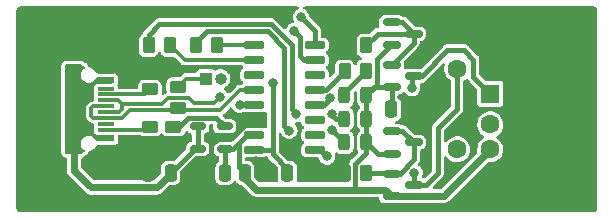
<source format=gtl>
%TF.GenerationSoftware,KiCad,Pcbnew,(6.0.5)*%
%TF.CreationDate,2025-03-09T20:53:28+01:00*%
%TF.ProjectId,PS2_to_USB_Converter,5053325f-746f-45f5-9553-425f436f6e76,rev?*%
%TF.SameCoordinates,Original*%
%TF.FileFunction,Copper,L1,Top*%
%TF.FilePolarity,Positive*%
%FSLAX46Y46*%
G04 Gerber Fmt 4.6, Leading zero omitted, Abs format (unit mm)*
G04 Created by KiCad (PCBNEW (6.0.5)) date 2025-03-09 20:53:28*
%MOMM*%
%LPD*%
G01*
G04 APERTURE LIST*
G04 Aperture macros list*
%AMRoundRect*
0 Rectangle with rounded corners*
0 $1 Rounding radius*
0 $2 $3 $4 $5 $6 $7 $8 $9 X,Y pos of 4 corners*
0 Add a 4 corners polygon primitive as box body*
4,1,4,$2,$3,$4,$5,$6,$7,$8,$9,$2,$3,0*
0 Add four circle primitives for the rounded corners*
1,1,$1+$1,$2,$3*
1,1,$1+$1,$4,$5*
1,1,$1+$1,$6,$7*
1,1,$1+$1,$8,$9*
0 Add four rect primitives between the rounded corners*
20,1,$1+$1,$2,$3,$4,$5,0*
20,1,$1+$1,$4,$5,$6,$7,0*
20,1,$1+$1,$6,$7,$8,$9,0*
20,1,$1+$1,$8,$9,$2,$3,0*%
G04 Aperture macros list end*
%TA.AperFunction,SMDPad,CuDef*%
%ADD10RoundRect,0.150000X0.725000X0.150000X-0.725000X0.150000X-0.725000X-0.150000X0.725000X-0.150000X0*%
%TD*%
%TA.AperFunction,SMDPad,CuDef*%
%ADD11RoundRect,0.243750X-0.243750X-0.456250X0.243750X-0.456250X0.243750X0.456250X-0.243750X0.456250X0*%
%TD*%
%TA.AperFunction,SMDPad,CuDef*%
%ADD12RoundRect,0.250000X0.250000X0.475000X-0.250000X0.475000X-0.250000X-0.475000X0.250000X-0.475000X0*%
%TD*%
%TA.AperFunction,SMDPad,CuDef*%
%ADD13RoundRect,0.250000X0.262500X0.450000X-0.262500X0.450000X-0.262500X-0.450000X0.262500X-0.450000X0*%
%TD*%
%TA.AperFunction,SMDPad,CuDef*%
%ADD14RoundRect,0.150000X0.512500X0.150000X-0.512500X0.150000X-0.512500X-0.150000X0.512500X-0.150000X0*%
%TD*%
%TA.AperFunction,SMDPad,CuDef*%
%ADD15R,1.450000X0.600000*%
%TD*%
%TA.AperFunction,SMDPad,CuDef*%
%ADD16R,1.450000X0.300000*%
%TD*%
%TA.AperFunction,ComponentPad*%
%ADD17O,1.600000X1.000000*%
%TD*%
%TA.AperFunction,ComponentPad*%
%ADD18O,2.100000X1.000000*%
%TD*%
%TA.AperFunction,SMDPad,CuDef*%
%ADD19RoundRect,0.150000X-0.587500X-0.150000X0.587500X-0.150000X0.587500X0.150000X-0.587500X0.150000X0*%
%TD*%
%TA.AperFunction,ComponentPad*%
%ADD20R,1.600000X1.600000*%
%TD*%
%TA.AperFunction,ComponentPad*%
%ADD21C,1.600000*%
%TD*%
%TA.AperFunction,ComponentPad*%
%ADD22O,2.000000X4.000000*%
%TD*%
%TA.AperFunction,ComponentPad*%
%ADD23O,3.500000X2.000000*%
%TD*%
%TA.AperFunction,SMDPad,CuDef*%
%ADD24RoundRect,0.250000X-0.250000X-0.475000X0.250000X-0.475000X0.250000X0.475000X-0.250000X0.475000X0*%
%TD*%
%TA.AperFunction,SMDPad,CuDef*%
%ADD25RoundRect,0.250000X-0.450000X0.262500X-0.450000X-0.262500X0.450000X-0.262500X0.450000X0.262500X0*%
%TD*%
%TA.AperFunction,SMDPad,CuDef*%
%ADD26RoundRect,0.250000X0.450000X-0.262500X0.450000X0.262500X-0.450000X0.262500X-0.450000X-0.262500X0*%
%TD*%
%TA.AperFunction,ComponentPad*%
%ADD27R,1.000000X1.000000*%
%TD*%
%TA.AperFunction,ComponentPad*%
%ADD28O,1.000000X1.000000*%
%TD*%
%TA.AperFunction,SMDPad,CuDef*%
%ADD29RoundRect,0.250000X-0.262500X-0.450000X0.262500X-0.450000X0.262500X0.450000X-0.262500X0.450000X0*%
%TD*%
%TA.AperFunction,ViaPad*%
%ADD30C,0.800000*%
%TD*%
%TA.AperFunction,Conductor*%
%ADD31C,0.300000*%
%TD*%
%TA.AperFunction,Conductor*%
%ADD32C,0.400000*%
%TD*%
%TA.AperFunction,Conductor*%
%ADD33C,0.600000*%
%TD*%
G04 APERTURE END LIST*
D10*
%TO.P,U2,1,P3.2/TXD1_/INT0/VBUS1/AIN3*%
%TO.N,/KBCLK*%
X149975000Y-105045000D03*
%TO.P,U2,2,P1.4/T2_/CAP1/SCS/TIN2/UCC1/AIN1*%
%TO.N,unconnected-(U2-Pad2)*%
X149975000Y-103775000D03*
%TO.P,U2,3,P1.5/MOSI/PWM1/TIN3/UCC2/AIN2*%
%TO.N,unconnected-(U2-Pad3)*%
X149975000Y-102505000D03*
%TO.P,U2,4,P1.6/MISO/RXD1/TIN4*%
%TO.N,/KBDAT*%
X149975000Y-101235000D03*
%TO.P,U2,5,P1.7/SCK/TXD1/TIN5*%
%TO.N,/LED2*%
X149975000Y-99965000D03*
%TO.P,U2,6,RST/T2EX_/CAP2_*%
%TO.N,unconnected-(U2-Pad6)*%
X149975000Y-98695000D03*
%TO.P,U2,7,P3.1/PWM2_/TXD*%
%TO.N,/TXD*%
X149975000Y-97425000D03*
%TO.P,U2,8,P3.0/PWM1_/RXD*%
%TO.N,/RXD*%
X149975000Y-96155000D03*
%TO.P,U2,9,P1.1/T2EX/CAP2/TIN1/VBUS2/AIN0*%
%TO.N,/LED0*%
X144825000Y-96155000D03*
%TO.P,U2,10,P3.3/INT1*%
%TO.N,/LED1*%
X144825000Y-97425000D03*
%TO.P,U2,11,P3.4/PWM2/RXD1_/T0*%
%TO.N,unconnected-(U2-Pad11)*%
X144825000Y-98695000D03*
%TO.P,U2,12,P3.6/UDP*%
%TO.N,/USBDP*%
X144825000Y-99965000D03*
%TO.P,U2,13,P3.7/UDM*%
%TO.N,/USBDM*%
X144825000Y-101235000D03*
%TO.P,U2,14,GND/VSS*%
%TO.N,GND*%
X144825000Y-102505000D03*
%TO.P,U2,15,VCC/VDD*%
%TO.N,+5V*%
X144825000Y-103775000D03*
%TO.P,U2,16,V33*%
%TO.N,+3V3*%
X144825000Y-105045000D03*
%TD*%
D11*
%TO.P,D2,1,K*%
%TO.N,Net-(D2-Pad1)*%
X152462500Y-102400000D03*
%TO.P,D2,2,A*%
%TO.N,+5V*%
X154337500Y-102400000D03*
%TD*%
D12*
%TO.P,C4,1*%
%TO.N,+5V*%
X142350000Y-107000000D03*
%TO.P,C4,2*%
%TO.N,GND*%
X140450000Y-107000000D03*
%TD*%
D11*
%TO.P,D1,1,K*%
%TO.N,Net-(D1-Pad1)*%
X152462500Y-104400000D03*
%TO.P,D1,2,A*%
%TO.N,+5V*%
X154337500Y-104400000D03*
%TD*%
D13*
%TO.P,R7,1*%
%TO.N,Net-(Q1-Pad1)*%
X154312500Y-96200000D03*
%TO.P,R7,2*%
%TO.N,GND*%
X152487500Y-96200000D03*
%TD*%
D14*
%TO.P,U1,1,VOUT*%
%TO.N,+5V*%
X142337500Y-104950000D03*
%TO.P,U1,2,GND*%
%TO.N,GND*%
X142337500Y-104000000D03*
%TO.P,U1,3,SET*%
%TO.N,Net-(R3-Pad1)*%
X142337500Y-103050000D03*
%TO.P,U1,4,EN*%
%TO.N,Net-(C3-Pad1)*%
X140062500Y-103050000D03*
%TO.P,U1,5,VIN*%
X140062500Y-104950000D03*
%TD*%
D15*
%TO.P,J1,A1,GND*%
%TO.N,GND*%
X132245000Y-98350000D03*
%TO.P,J1,A4,VBUS*%
%TO.N,Net-(C3-Pad1)*%
X132245000Y-99150000D03*
D16*
%TO.P,J1,A5,CC1*%
%TO.N,Net-(J1-PadA5)*%
X132245000Y-100350000D03*
%TO.P,J1,A6,D+*%
%TO.N,/USBDP*%
X132245000Y-101350000D03*
%TO.P,J1,A7,D-*%
%TO.N,/USBDM*%
X132245000Y-101850000D03*
%TO.P,J1,A8,SBU1*%
%TO.N,unconnected-(J1-PadA8)*%
X132245000Y-102850000D03*
D15*
%TO.P,J1,A9,VBUS*%
%TO.N,Net-(C3-Pad1)*%
X132245000Y-104050000D03*
%TO.P,J1,A12,GND*%
%TO.N,GND*%
X132245000Y-104850000D03*
%TO.P,J1,B1,GND*%
X132245000Y-104850000D03*
%TO.P,J1,B4,VBUS*%
%TO.N,Net-(C3-Pad1)*%
X132245000Y-104050000D03*
D16*
%TO.P,J1,B5,CC2*%
%TO.N,Net-(J1-PadB5)*%
X132245000Y-103350000D03*
%TO.P,J1,B6,D+*%
%TO.N,/USBDP*%
X132245000Y-102350000D03*
%TO.P,J1,B7,D-*%
%TO.N,/USBDM*%
X132245000Y-100850000D03*
%TO.P,J1,B8,SBU2*%
%TO.N,unconnected-(J1-PadB8)*%
X132245000Y-99850000D03*
D15*
%TO.P,J1,B9,VBUS*%
%TO.N,Net-(C3-Pad1)*%
X132245000Y-99150000D03*
%TO.P,J1,B12,GND*%
%TO.N,GND*%
X132245000Y-98350000D03*
D17*
%TO.P,J1,S1,SHIELD*%
X127150000Y-105920000D03*
X127150000Y-97280000D03*
D18*
X131330000Y-105920000D03*
X131330000Y-97280000D03*
%TD*%
D19*
%TO.P,Q4,1,B*%
%TO.N,Net-(Q3-Pad1)*%
X156462500Y-107050000D03*
%TO.P,Q4,2,E*%
%TO.N,+5V*%
X156462500Y-108950000D03*
%TO.P,Q4,3,C*%
%TO.N,/KBCLK*%
X158337500Y-108000000D03*
%TD*%
D20*
%TO.P,J3,1*%
%TO.N,/KBDAT*%
X164825000Y-100290000D03*
D21*
%TO.P,J3,2*%
%TO.N,unconnected-(J3-Pad2)*%
X164825000Y-102890000D03*
%TO.P,J3,3*%
%TO.N,GND*%
X164825000Y-98190000D03*
%TO.P,J3,4*%
%TO.N,+5V*%
X164825000Y-104990000D03*
%TO.P,J3,5*%
%TO.N,/KBCLK*%
X162025000Y-98190000D03*
%TO.P,J3,6*%
%TO.N,unconnected-(J3-Pad6)*%
X162025000Y-104990000D03*
D22*
%TO.P,J3,7*%
%TO.N,GND*%
X168475000Y-101590000D03*
D23*
X167675000Y-94740000D03*
X167675000Y-108440000D03*
%TD*%
D11*
%TO.P,D3,1,K*%
%TO.N,Net-(D3-Pad1)*%
X152462500Y-100400000D03*
%TO.P,D3,2,A*%
%TO.N,+5V*%
X154337500Y-100400000D03*
%TD*%
D19*
%TO.P,Q3,1,B*%
%TO.N,Net-(Q3-Pad1)*%
X156462500Y-103450000D03*
%TO.P,Q3,2,E*%
%TO.N,+5V*%
X156462500Y-105350000D03*
%TO.P,Q3,3,C*%
%TO.N,Net-(Q3-Pad1)*%
X158337500Y-104400000D03*
%TD*%
%TO.P,Q1,1,B*%
%TO.N,Net-(Q1-Pad1)*%
X156462500Y-94250000D03*
%TO.P,Q1,2,E*%
%TO.N,+5V*%
X156462500Y-96150000D03*
%TO.P,Q1,3,C*%
%TO.N,Net-(Q1-Pad1)*%
X158337500Y-95200000D03*
%TD*%
D24*
%TO.P,C1,1*%
%TO.N,+5V*%
X144050000Y-107000000D03*
%TO.P,C1,2*%
%TO.N,GND*%
X145950000Y-107000000D03*
%TD*%
D25*
%TO.P,R2,1*%
%TO.N,Net-(J1-PadB5)*%
X136000000Y-103087500D03*
%TO.P,R2,2*%
%TO.N,GND*%
X136000000Y-104912500D03*
%TD*%
D13*
%TO.P,R8,1*%
%TO.N,Net-(Q3-Pad1)*%
X154312500Y-107000000D03*
%TO.P,R8,2*%
%TO.N,GND*%
X152487500Y-107000000D03*
%TD*%
D26*
%TO.P,R1,1*%
%TO.N,Net-(J1-PadA5)*%
X136000000Y-99912500D03*
%TO.P,R1,2*%
%TO.N,GND*%
X136000000Y-98087500D03*
%TD*%
D12*
%TO.P,C3,1*%
%TO.N,Net-(C3-Pad1)*%
X137750000Y-107000000D03*
%TO.P,C3,2*%
%TO.N,GND*%
X135850000Y-107000000D03*
%TD*%
D19*
%TO.P,Q2,1,B*%
%TO.N,Net-(Q1-Pad1)*%
X156462500Y-97850000D03*
%TO.P,Q2,2,E*%
%TO.N,+5V*%
X156462500Y-99750000D03*
%TO.P,Q2,3,C*%
%TO.N,/KBDAT*%
X158337500Y-98800000D03*
%TD*%
D24*
%TO.P,C5,1*%
%TO.N,+5V*%
X156450000Y-101600000D03*
%TO.P,C5,2*%
%TO.N,GND*%
X158350000Y-101600000D03*
%TD*%
D27*
%TO.P,J2,1,Pin_1*%
%TO.N,Net-(J2-Pad1)*%
X140750000Y-99000000D03*
D28*
%TO.P,J2,2,Pin_2*%
%TO.N,+3V3*%
X142020000Y-99000000D03*
%TD*%
D29*
%TO.P,R5,1*%
%TO.N,Net-(D2-Pad1)*%
X135887500Y-96200000D03*
%TO.P,R5,2*%
%TO.N,/LED1*%
X137712500Y-96200000D03*
%TD*%
D13*
%TO.P,R6,1*%
%TO.N,Net-(D3-Pad1)*%
X154312500Y-98400000D03*
%TO.P,R6,2*%
%TO.N,/LED2*%
X152487500Y-98400000D03*
%TD*%
D26*
%TO.P,R9,1*%
%TO.N,/USBDP*%
X138400000Y-101512500D03*
%TO.P,R9,2*%
%TO.N,Net-(J2-Pad1)*%
X138400000Y-99687500D03*
%TD*%
D29*
%TO.P,R4,1*%
%TO.N,Net-(D1-Pad1)*%
X139887500Y-96200000D03*
%TO.P,R4,2*%
%TO.N,/LED0*%
X141712500Y-96200000D03*
%TD*%
D25*
%TO.P,R3,1*%
%TO.N,Net-(R3-Pad1)*%
X138000000Y-103087500D03*
%TO.P,R3,2*%
%TO.N,GND*%
X138000000Y-104912500D03*
%TD*%
D24*
%TO.P,C2,1*%
%TO.N,+3V3*%
X147650000Y-107000000D03*
%TO.P,C2,2*%
%TO.N,GND*%
X149550000Y-107000000D03*
%TD*%
D30*
%TO.N,GND*%
X134650000Y-98350000D03*
X134800000Y-107000000D03*
%TO.N,/TXD*%
X148200000Y-95000000D03*
%TO.N,/RXD*%
X148800000Y-93800000D03*
%TO.N,/KBDAT*%
X151262328Y-100688684D03*
X158200000Y-99800000D03*
%TO.N,Net-(D2-Pad1)*%
X148400000Y-102000000D03*
%TO.N,Net-(D1-Pad1)*%
X147800000Y-103400000D03*
%TO.N,Net-(D2-Pad1)*%
X151400000Y-102000000D03*
%TO.N,Net-(D1-Pad1)*%
X151413546Y-103395646D03*
%TO.N,/KBCLK*%
X151000000Y-105600000D03*
X158400000Y-107000000D03*
%TO.N,GND*%
X152600000Y-95000000D03*
X159400000Y-101600000D03*
%TO.N,+3V3*%
X146400000Y-99400000D03*
%TO.N,GND*%
X151000000Y-107000000D03*
X145000000Y-106000000D03*
X141200000Y-105800000D03*
%TO.N,/USBDM*%
X141970023Y-100570023D03*
X143600000Y-101200000D03*
%TD*%
D31*
%TO.N,GND*%
X134650000Y-98350000D02*
X135737500Y-98350000D01*
D32*
X132245000Y-105005000D02*
X131330000Y-105920000D01*
X132245000Y-104850000D02*
X132245000Y-105005000D01*
X135850000Y-107000000D02*
X134800000Y-107000000D01*
%TO.N,/TXD*%
X148700480Y-95500480D02*
X148700480Y-97100480D01*
X148200000Y-95000000D02*
X148700480Y-95500480D01*
X148700480Y-97100480D02*
X149025000Y-97425000D01*
X149025000Y-97425000D02*
X149975000Y-97425000D01*
%TO.N,/RXD*%
X149975000Y-94975000D02*
X149975000Y-96155000D01*
X148800000Y-93800000D02*
X149975000Y-94975000D01*
%TO.N,/KBDAT*%
X158200000Y-99800000D02*
X158200000Y-98937500D01*
X158200000Y-98937500D02*
X158337500Y-98800000D01*
X150716012Y-101235000D02*
X151262328Y-100688684D01*
X149975000Y-101235000D02*
X150716012Y-101235000D01*
%TO.N,/LED2*%
X150922500Y-99965000D02*
X152487500Y-98400000D01*
X149975000Y-99965000D02*
X150922500Y-99965000D01*
%TO.N,Net-(D2-Pad1)*%
X147999520Y-96400000D02*
X147999520Y-101599520D01*
X147999520Y-96151670D02*
X147999520Y-96400000D01*
X146247850Y-94400000D02*
X147999520Y-96151670D01*
X135887500Y-95312500D02*
X136800000Y-94400000D01*
X136800000Y-94400000D02*
X146247850Y-94400000D01*
X147999520Y-101599520D02*
X148400000Y-102000000D01*
X135887500Y-96200000D02*
X135887500Y-95312500D01*
%TO.N,Net-(D1-Pad1)*%
X147400000Y-103000000D02*
X147800000Y-103400000D01*
X146000000Y-95000000D02*
X147400000Y-96400000D01*
X147400000Y-96400000D02*
X147400000Y-103000000D01*
X140800000Y-95000000D02*
X146000000Y-95000000D01*
%TO.N,Net-(D2-Pad1)*%
X151800000Y-102400000D02*
X151400000Y-102000000D01*
X152462500Y-102400000D02*
X151800000Y-102400000D01*
%TO.N,Net-(D1-Pad1)*%
X152417900Y-104400000D02*
X151413546Y-103395646D01*
X152462500Y-104400000D02*
X152417900Y-104400000D01*
X139887500Y-95912500D02*
X140800000Y-95000000D01*
X139887500Y-96200000D02*
X139887500Y-95912500D01*
%TO.N,/KBCLK*%
X158337500Y-107062500D02*
X158400000Y-107000000D01*
X158337500Y-108000000D02*
X158337500Y-107062500D01*
X150445000Y-105045000D02*
X151000000Y-105600000D01*
X149975000Y-105045000D02*
X150445000Y-105045000D01*
%TO.N,Net-(Q1-Pad1)*%
X155312500Y-95200000D02*
X154312500Y-96200000D01*
X158337500Y-95200000D02*
X155312500Y-95200000D01*
%TO.N,/KBCLK*%
X160400000Y-107000000D02*
X159400000Y-108000000D01*
X160400000Y-103200000D02*
X160400000Y-107000000D01*
X159400000Y-108000000D02*
X158337500Y-108000000D01*
X162025000Y-101575000D02*
X160400000Y-103200000D01*
X162025000Y-98190000D02*
X162025000Y-101575000D01*
%TO.N,/KBDAT*%
X163400000Y-97400000D02*
X163400000Y-98865000D01*
X163400000Y-98865000D02*
X164825000Y-100290000D01*
X162600000Y-96600000D02*
X163400000Y-97400000D01*
X161200000Y-96600000D02*
X162600000Y-96600000D01*
X159000000Y-98800000D02*
X161200000Y-96600000D01*
X158337500Y-98800000D02*
X159000000Y-98800000D01*
D33*
%TO.N,+5V*%
X160865000Y-108950000D02*
X156462500Y-108950000D01*
X164825000Y-104990000D02*
X160865000Y-108950000D01*
D32*
%TO.N,GND*%
X152487500Y-95112500D02*
X152600000Y-95000000D01*
X152487500Y-96200000D02*
X152487500Y-95112500D01*
X158350000Y-101600000D02*
X159400000Y-101600000D01*
%TO.N,+5V*%
X153400000Y-106200000D02*
X153400000Y-108400000D01*
D33*
X153400000Y-108400000D02*
X155912500Y-108400000D01*
X145000000Y-108400000D02*
X153400000Y-108400000D01*
D32*
X154337500Y-105262500D02*
X153400000Y-106200000D01*
X154337500Y-104400000D02*
X154337500Y-105262500D01*
%TO.N,Net-(Q3-Pad1)*%
X158400000Y-104462500D02*
X158337500Y-104400000D01*
X158400000Y-105800000D02*
X158400000Y-104462500D01*
X157150000Y-107050000D02*
X158400000Y-105800000D01*
X156462500Y-107050000D02*
X157150000Y-107050000D01*
X157387500Y-103450000D02*
X158337500Y-104400000D01*
X156462500Y-103450000D02*
X157387500Y-103450000D01*
%TO.N,+5V*%
X155287500Y-105350000D02*
X154337500Y-104400000D01*
X156462500Y-105350000D02*
X155287500Y-105350000D01*
X154987500Y-99750000D02*
X154337500Y-100400000D01*
X156462500Y-99750000D02*
X154987500Y-99750000D01*
X155224520Y-97375480D02*
X155224520Y-99512980D01*
X156450000Y-96150000D02*
X155224520Y-97375480D01*
X155224520Y-99512980D02*
X154337500Y-100400000D01*
%TO.N,Net-(Q3-Pad1)*%
X154312500Y-107000000D02*
X156412500Y-107000000D01*
X156412500Y-107000000D02*
X156462500Y-107050000D01*
D33*
%TO.N,+5V*%
X144050000Y-107450000D02*
X145000000Y-108400000D01*
X155912500Y-108400000D02*
X156462500Y-108950000D01*
X144050000Y-107000000D02*
X144050000Y-107450000D01*
D32*
%TO.N,Net-(Q1-Pad1)*%
X156462500Y-97850000D02*
X158337500Y-95975000D01*
X158337500Y-95975000D02*
X158337500Y-95200000D01*
X157387500Y-94250000D02*
X158337500Y-95200000D01*
X156462500Y-94250000D02*
X157387500Y-94250000D01*
%TO.N,+5V*%
X156462500Y-101587500D02*
X156450000Y-101600000D01*
X156462500Y-99750000D02*
X156462500Y-101587500D01*
X154337500Y-104400000D02*
X154337500Y-102400000D01*
X154337500Y-100400000D02*
X154337500Y-102400000D01*
%TO.N,Net-(D3-Pad1)*%
X152462500Y-100250000D02*
X154312500Y-98400000D01*
X152462500Y-100400000D02*
X152462500Y-100250000D01*
%TO.N,+3V3*%
X146355000Y-105045000D02*
X146400000Y-105000000D01*
X144825000Y-105045000D02*
X146355000Y-105045000D01*
X146400000Y-105000000D02*
X146400000Y-99400000D01*
X146400000Y-105400000D02*
X146400000Y-105000000D01*
X147650000Y-106650000D02*
X146400000Y-105400000D01*
X147650000Y-107000000D02*
X147650000Y-106650000D01*
%TO.N,GND*%
X152487500Y-107000000D02*
X151000000Y-107000000D01*
X149550000Y-107000000D02*
X151000000Y-107000000D01*
X145950000Y-106950000D02*
X145000000Y-106000000D01*
X145950000Y-107000000D02*
X145950000Y-106950000D01*
%TO.N,+5V*%
X143050000Y-104950000D02*
X143550480Y-104449520D01*
X142337500Y-104950000D02*
X143050000Y-104950000D01*
X143550480Y-106500480D02*
X143550480Y-104449520D01*
X144225000Y-103775000D02*
X144825000Y-103775000D01*
X144050000Y-107000000D02*
X143550480Y-106500480D01*
X143550480Y-104449520D02*
X144225000Y-103775000D01*
X142350000Y-104962500D02*
X142337500Y-104950000D01*
X142350000Y-107000000D02*
X142350000Y-104962500D01*
%TO.N,Net-(R3-Pad1)*%
X138456059Y-103087500D02*
X138000000Y-103087500D01*
X139193079Y-102350480D02*
X138456059Y-103087500D01*
X141637980Y-102350480D02*
X139193079Y-102350480D01*
X142337500Y-103050000D02*
X141637980Y-102350480D01*
%TO.N,Net-(C3-Pad1)*%
X140062500Y-103050000D02*
X140062500Y-104950000D01*
X139800000Y-104950000D02*
X137750000Y-107000000D01*
X140062500Y-104950000D02*
X139800000Y-104950000D01*
%TO.N,GND*%
X144442862Y-102505000D02*
X144825000Y-102505000D01*
X142947862Y-104000000D02*
X144442862Y-102505000D01*
X142337500Y-104000000D02*
X142947862Y-104000000D01*
X140450000Y-106550000D02*
X141200000Y-105800000D01*
X140450000Y-107000000D02*
X140450000Y-106550000D01*
X141200000Y-104647862D02*
X141200000Y-105800000D01*
X141847862Y-104000000D02*
X141200000Y-104647862D01*
X142337500Y-104000000D02*
X141847862Y-104000000D01*
D33*
%TO.N,Net-(C3-Pad1)*%
X129600000Y-106800000D02*
X129600000Y-105000000D01*
X136575480Y-108224520D02*
X131024520Y-108224520D01*
X131024520Y-108224520D02*
X129600000Y-106800000D01*
X137750000Y-107050000D02*
X136600000Y-108200000D01*
X137750000Y-107000000D02*
X137750000Y-107050000D01*
X136600000Y-108200000D02*
X136575480Y-108224520D01*
D31*
%TO.N,/LED1*%
X138937500Y-97425000D02*
X137712500Y-96200000D01*
X144825000Y-97425000D02*
X138937500Y-97425000D01*
%TO.N,/LED0*%
X144780000Y-96200000D02*
X144825000Y-96155000D01*
X141712500Y-96200000D02*
X144780000Y-96200000D01*
%TO.N,GND*%
X135850000Y-105062500D02*
X136000000Y-104912500D01*
X135850000Y-107000000D02*
X135850000Y-105062500D01*
X138000000Y-104912500D02*
X136000000Y-104912500D01*
X132245000Y-104850000D02*
X135937500Y-104850000D01*
X135937500Y-104850000D02*
X136000000Y-104912500D01*
%TO.N,Net-(J1-PadB5)*%
X135737500Y-103350000D02*
X136000000Y-103087500D01*
X132245000Y-103350000D02*
X135737500Y-103350000D01*
%TO.N,GND*%
X131330000Y-97435000D02*
X132245000Y-98350000D01*
X131330000Y-97280000D02*
X131330000Y-97435000D01*
X135737500Y-98350000D02*
X136000000Y-98087500D01*
X132245000Y-98350000D02*
X134650000Y-98350000D01*
%TO.N,Net-(J1-PadA5)*%
X135562500Y-100350000D02*
X136000000Y-99912500D01*
X132245000Y-100350000D02*
X135562500Y-100350000D01*
%TO.N,/USBDM*%
X137069022Y-101130978D02*
X133600000Y-101130978D01*
X139274405Y-100650480D02*
X137549520Y-100650480D01*
X141439566Y-101100480D02*
X139724405Y-101100480D01*
X141970023Y-100570023D02*
X141439566Y-101100480D01*
X139724405Y-101100480D02*
X139274405Y-100650480D01*
X137549520Y-100650480D02*
X137069022Y-101130978D01*
%TO.N,/USBDP*%
X133650000Y-102350000D02*
X132245000Y-102350000D01*
X134300480Y-101699520D02*
X133650000Y-102350000D01*
X141900480Y-101699520D02*
X134300480Y-101699520D01*
X144825000Y-99965000D02*
X143635000Y-99965000D01*
X143635000Y-99965000D02*
X141900480Y-101699520D01*
%TO.N,/USBDM*%
X143635000Y-101235000D02*
X144825000Y-101235000D01*
X143600000Y-101200000D02*
X143635000Y-101235000D01*
%TO.N,Net-(J2-Pad1)*%
X139087500Y-99000000D02*
X138400000Y-99687500D01*
X140750000Y-99000000D02*
X139087500Y-99000000D01*
%TO.N,/USBDM*%
X133350000Y-101850000D02*
X132245000Y-101850000D01*
X133600000Y-101130978D02*
X133600000Y-101600000D01*
X133600000Y-101600000D02*
X133350000Y-101850000D01*
X132245000Y-100850000D02*
X133319022Y-100850000D01*
X133319022Y-100850000D02*
X133600000Y-101130978D01*
%TO.N,/USBDP*%
X131170978Y-101350000D02*
X132245000Y-101350000D01*
X131000000Y-102179022D02*
X131000000Y-101520978D01*
X131170978Y-102350000D02*
X131000000Y-102179022D01*
X131000000Y-101520978D02*
X131170978Y-101350000D01*
X132245000Y-102350000D02*
X131170978Y-102350000D01*
%TD*%
%TA.AperFunction,Conductor*%
%TO.N,Net-(C3-Pad1)*%
G36*
X130254712Y-97820002D02*
G01*
X130268170Y-97829975D01*
X130355176Y-97903893D01*
X130355180Y-97903896D01*
X130360755Y-97908632D01*
X130367275Y-97911961D01*
X130367276Y-97911962D01*
X130428591Y-97943271D01*
X130480164Y-97992064D01*
X130497171Y-98060994D01*
X130474211Y-98128175D01*
X130445352Y-98157424D01*
X130347713Y-98228363D01*
X130242144Y-98355974D01*
X130171627Y-98505829D01*
X130140594Y-98668514D01*
X130150993Y-98833805D01*
X130153442Y-98841341D01*
X130153442Y-98841343D01*
X130196597Y-98974158D01*
X130202172Y-98991317D01*
X130290914Y-99131152D01*
X130411644Y-99244526D01*
X130556776Y-99324313D01*
X130564451Y-99326284D01*
X130564452Y-99326284D01*
X130709513Y-99363529D01*
X130709516Y-99363529D01*
X130717191Y-99365500D01*
X130841242Y-99365500D01*
X130888714Y-99359503D01*
X130956447Y-99350947D01*
X130956450Y-99350946D01*
X130964312Y-99349953D01*
X130971679Y-99347036D01*
X130971680Y-99347036D01*
X131110930Y-99291903D01*
X131110933Y-99291902D01*
X131118299Y-99288985D01*
X131252287Y-99191637D01*
X131357856Y-99064026D01*
X131400760Y-98972852D01*
X131447863Y-98919731D01*
X131514768Y-98900500D01*
X132674000Y-98900500D01*
X132742121Y-98920502D01*
X132788614Y-98974158D01*
X132800000Y-99026500D01*
X132800000Y-99323500D01*
X132779998Y-99391621D01*
X132726342Y-99438114D01*
X132674000Y-99449500D01*
X131495326Y-99449500D01*
X131422260Y-99464034D01*
X131339399Y-99519399D01*
X131284034Y-99602260D01*
X131269500Y-99675326D01*
X131269500Y-100024674D01*
X131270707Y-100030741D01*
X131279594Y-100075418D01*
X131279594Y-100124581D01*
X131269500Y-100175326D01*
X131269500Y-100524674D01*
X131270707Y-100530741D01*
X131279594Y-100575418D01*
X131279594Y-100624581D01*
X131269500Y-100675326D01*
X131269500Y-100823500D01*
X131249498Y-100891621D01*
X131195842Y-100938114D01*
X131149844Y-100948120D01*
X131149923Y-100949065D01*
X131149911Y-100949066D01*
X131144452Y-100949293D01*
X131143500Y-100949500D01*
X131139459Y-100949500D01*
X131139455Y-100949501D01*
X131107545Y-100949501D01*
X131098118Y-100952564D01*
X131098111Y-100952565D01*
X131086625Y-100956297D01*
X131067405Y-100960911D01*
X131055471Y-100962801D01*
X131055463Y-100962803D01*
X131045674Y-100964354D01*
X131036843Y-100968854D01*
X131036839Y-100968855D01*
X131026071Y-100974342D01*
X131007810Y-100981906D01*
X130986888Y-100988704D01*
X130971896Y-100999597D01*
X130969094Y-101001632D01*
X130952237Y-101011962D01*
X130941471Y-101017448D01*
X130941470Y-101017449D01*
X130932636Y-101021950D01*
X130910069Y-101044517D01*
X130694516Y-101260069D01*
X130694513Y-101260073D01*
X130671950Y-101282636D01*
X130667446Y-101291476D01*
X130661965Y-101302233D01*
X130651639Y-101319085D01*
X130638704Y-101336888D01*
X130631907Y-101357808D01*
X130624341Y-101376072D01*
X130618856Y-101386837D01*
X130618855Y-101386841D01*
X130614354Y-101395674D01*
X130612803Y-101405465D01*
X130612803Y-101405466D01*
X130610913Y-101417400D01*
X130606297Y-101436625D01*
X130602565Y-101448110D01*
X130602564Y-101448114D01*
X130599500Y-101457545D01*
X130599500Y-102242455D01*
X130602564Y-102251886D01*
X130602565Y-102251890D01*
X130606297Y-102263375D01*
X130610913Y-102282600D01*
X130614354Y-102304326D01*
X130618855Y-102313159D01*
X130618856Y-102313163D01*
X130624341Y-102323928D01*
X130631905Y-102342188D01*
X130638704Y-102363112D01*
X130651639Y-102380915D01*
X130661965Y-102397767D01*
X130671950Y-102417364D01*
X130694503Y-102439917D01*
X130694516Y-102439931D01*
X130842928Y-102588342D01*
X130932636Y-102678050D01*
X130941472Y-102682552D01*
X130941473Y-102682553D01*
X130952237Y-102688038D01*
X130969094Y-102698368D01*
X130986888Y-102711296D01*
X131007810Y-102718094D01*
X131026071Y-102725658D01*
X131036839Y-102731145D01*
X131036843Y-102731146D01*
X131045674Y-102735646D01*
X131055463Y-102737197D01*
X131055471Y-102737199D01*
X131067405Y-102739089D01*
X131086625Y-102743703D01*
X131098111Y-102747435D01*
X131098118Y-102747436D01*
X131107545Y-102750499D01*
X131139455Y-102750499D01*
X131139459Y-102750500D01*
X131143500Y-102750500D01*
X131144164Y-102750695D01*
X131149911Y-102750934D01*
X131149923Y-102750935D01*
X131149805Y-102752351D01*
X131211621Y-102770502D01*
X131258114Y-102824158D01*
X131269500Y-102876500D01*
X131269500Y-103024674D01*
X131270707Y-103030741D01*
X131279594Y-103075418D01*
X131279594Y-103124581D01*
X131269500Y-103175326D01*
X131269500Y-103524674D01*
X131284034Y-103597740D01*
X131339399Y-103680601D01*
X131422260Y-103735966D01*
X131495326Y-103750500D01*
X132674000Y-103750500D01*
X132742121Y-103770502D01*
X132788614Y-103824158D01*
X132800000Y-103876500D01*
X132800000Y-104173500D01*
X132779998Y-104241621D01*
X132726342Y-104288114D01*
X132674000Y-104299500D01*
X131518880Y-104299500D01*
X131450759Y-104279498D01*
X131404266Y-104225842D01*
X131401691Y-104219226D01*
X131400278Y-104216224D01*
X131397828Y-104208683D01*
X131309086Y-104068848D01*
X131188356Y-103955474D01*
X131043224Y-103875687D01*
X131035549Y-103873716D01*
X131035548Y-103873716D01*
X130890487Y-103836471D01*
X130890484Y-103836471D01*
X130882809Y-103834500D01*
X130758758Y-103834500D01*
X130711286Y-103840497D01*
X130643553Y-103849053D01*
X130643550Y-103849054D01*
X130635688Y-103850047D01*
X130628321Y-103852964D01*
X130628320Y-103852964D01*
X130489070Y-103908097D01*
X130489067Y-103908098D01*
X130481701Y-103911015D01*
X130347713Y-104008363D01*
X130242144Y-104135974D01*
X130171627Y-104285829D01*
X130140594Y-104448514D01*
X130150993Y-104613805D01*
X130153442Y-104621341D01*
X130153442Y-104621343D01*
X130187024Y-104724696D01*
X130202172Y-104771317D01*
X130290914Y-104911152D01*
X130411644Y-105024526D01*
X130418588Y-105028343D01*
X130418590Y-105028345D01*
X130426779Y-105032847D01*
X130476838Y-105083192D01*
X130491732Y-105152609D01*
X130466731Y-105219058D01*
X130435164Y-105248634D01*
X130295315Y-105340323D01*
X130290278Y-105345640D01*
X130290277Y-105345641D01*
X130276056Y-105360653D01*
X130214687Y-105396351D01*
X130184584Y-105400000D01*
X128926000Y-105400000D01*
X128857879Y-105379998D01*
X128811386Y-105326342D01*
X128800000Y-105274000D01*
X128800000Y-97926000D01*
X128820002Y-97857879D01*
X128873658Y-97811386D01*
X128926000Y-97800000D01*
X130186591Y-97800000D01*
X130254712Y-97820002D01*
G37*
%TD.AperFunction*%
%TD*%
%TA.AperFunction,Conductor*%
%TO.N,GND*%
G36*
X148564756Y-92920502D02*
G01*
X148611249Y-92974158D01*
X148621353Y-93044432D01*
X148591859Y-93109012D01*
X148552750Y-93136129D01*
X148554032Y-93138612D01*
X148449173Y-93192734D01*
X148403369Y-93216375D01*
X148397647Y-93221367D01*
X148397645Y-93221368D01*
X148326069Y-93283808D01*
X148275604Y-93327831D01*
X148178113Y-93466547D01*
X148116524Y-93624513D01*
X148115532Y-93632046D01*
X148115532Y-93632047D01*
X148098166Y-93763961D01*
X148094394Y-93792611D01*
X148112999Y-93961135D01*
X148171266Y-94120356D01*
X148175085Y-94126039D01*
X148188130Y-94195502D01*
X148161430Y-94261287D01*
X148103402Y-94302193D01*
X148092174Y-94305446D01*
X147970550Y-94334646D01*
X147954032Y-94338612D01*
X147947288Y-94342093D01*
X147947285Y-94342094D01*
X147810117Y-94412892D01*
X147803369Y-94416375D01*
X147675604Y-94527831D01*
X147671237Y-94534045D01*
X147587663Y-94652959D01*
X147578113Y-94666547D01*
X147575354Y-94673623D01*
X147575352Y-94673627D01*
X147548353Y-94742876D01*
X147504972Y-94799078D01*
X147438093Y-94822904D01*
X147368949Y-94806790D01*
X147341864Y-94786201D01*
X147056170Y-94500506D01*
X146651381Y-94095717D01*
X146643918Y-94086376D01*
X146643528Y-94086708D01*
X146637710Y-94079872D01*
X146632920Y-94072280D01*
X146593248Y-94037243D01*
X146587561Y-94031897D01*
X146576344Y-94020680D01*
X146572755Y-94017990D01*
X146568166Y-94014550D01*
X146560327Y-94008168D01*
X146532189Y-93983318D01*
X146525462Y-93977377D01*
X146517339Y-93973563D01*
X146514186Y-93971492D01*
X146501174Y-93963673D01*
X146497855Y-93961856D01*
X146490674Y-93956474D01*
X146447111Y-93940143D01*
X146437797Y-93936217D01*
X146403816Y-93920263D01*
X146403813Y-93920262D01*
X146395687Y-93916447D01*
X146386813Y-93915065D01*
X146383200Y-93913961D01*
X146368543Y-93910115D01*
X146364840Y-93909301D01*
X146356430Y-93906148D01*
X146310007Y-93902698D01*
X146299994Y-93901548D01*
X146286841Y-93899500D01*
X146271646Y-93899500D01*
X146262309Y-93899154D01*
X146246886Y-93898008D01*
X146213458Y-93895524D01*
X146204682Y-93897397D01*
X146195725Y-93898008D01*
X146195725Y-93898002D01*
X146181532Y-93899500D01*
X136870181Y-93899500D01*
X136858296Y-93898172D01*
X136858255Y-93898682D01*
X136849309Y-93897962D01*
X136840553Y-93895981D01*
X136807980Y-93898002D01*
X136787736Y-93899258D01*
X136779933Y-93899500D01*
X136764060Y-93899500D01*
X136753948Y-93900948D01*
X136743894Y-93901978D01*
X136715903Y-93903715D01*
X136697462Y-93904859D01*
X136689018Y-93907907D01*
X136685306Y-93908676D01*
X136670601Y-93912343D01*
X136666973Y-93913404D01*
X136658082Y-93914677D01*
X136615718Y-93933939D01*
X136606363Y-93937746D01*
X136571057Y-93950491D01*
X136571053Y-93950493D01*
X136562613Y-93953540D01*
X136555365Y-93958835D01*
X136552025Y-93960611D01*
X136538911Y-93968274D01*
X136535739Y-93970303D01*
X136527572Y-93974016D01*
X136520777Y-93979871D01*
X136520774Y-93979873D01*
X136492325Y-94004387D01*
X136484405Y-94010675D01*
X136473664Y-94018522D01*
X136462921Y-94029265D01*
X136456075Y-94035623D01*
X136418963Y-94067600D01*
X136414080Y-94075134D01*
X136408181Y-94081896D01*
X136408176Y-94081892D01*
X136399200Y-94092986D01*
X135583220Y-94908966D01*
X135573876Y-94916432D01*
X135574208Y-94916822D01*
X135567372Y-94922640D01*
X135559780Y-94927430D01*
X135526926Y-94964631D01*
X135524745Y-94967100D01*
X135519398Y-94972788D01*
X135508180Y-94984006D01*
X135505491Y-94987594D01*
X135505490Y-94987595D01*
X135502050Y-94992184D01*
X135495668Y-95000023D01*
X135464877Y-95034888D01*
X135461063Y-95043011D01*
X135458992Y-95046164D01*
X135451173Y-95059176D01*
X135449356Y-95062495D01*
X135443974Y-95069676D01*
X135440825Y-95078077D01*
X135440824Y-95078078D01*
X135427644Y-95113236D01*
X135423717Y-95122553D01*
X135407763Y-95156534D01*
X135407762Y-95156537D01*
X135403947Y-95164663D01*
X135402565Y-95173537D01*
X135401461Y-95177150D01*
X135397613Y-95191816D01*
X135397114Y-95194086D01*
X135396929Y-95194422D01*
X135396278Y-95196904D01*
X135393648Y-95203919D01*
X135392046Y-95203318D01*
X135362951Y-95256323D01*
X135350233Y-95267393D01*
X135232078Y-95357078D01*
X135140887Y-95477217D01*
X135131669Y-95500500D01*
X135092152Y-95600309D01*
X135085364Y-95617453D01*
X135074500Y-95707228D01*
X135074500Y-96692772D01*
X135085364Y-96782547D01*
X135088344Y-96790075D01*
X135088345Y-96790077D01*
X135104377Y-96830568D01*
X135140887Y-96922783D01*
X135232078Y-97042922D01*
X135352217Y-97134113D01*
X135382602Y-97146143D01*
X135484923Y-97186655D01*
X135484925Y-97186656D01*
X135492453Y-97189636D01*
X135582228Y-97200500D01*
X136192772Y-97200500D01*
X136282547Y-97189636D01*
X136290075Y-97186656D01*
X136290077Y-97186655D01*
X136392398Y-97146143D01*
X136422783Y-97134113D01*
X136542922Y-97042922D01*
X136634113Y-96922783D01*
X136682849Y-96799690D01*
X136726522Y-96743718D01*
X136793525Y-96720241D01*
X136862584Y-96736717D01*
X136911773Y-96787912D01*
X136917150Y-96799687D01*
X136965887Y-96922783D01*
X137057078Y-97042922D01*
X137177217Y-97134113D01*
X137207602Y-97146143D01*
X137309923Y-97186655D01*
X137309925Y-97186656D01*
X137317453Y-97189636D01*
X137407228Y-97200500D01*
X138017772Y-97200500D01*
X138017772Y-97200849D01*
X138084976Y-97216251D01*
X138112464Y-97237067D01*
X138594747Y-97719350D01*
X138604601Y-97730439D01*
X138619794Y-97749711D01*
X138619798Y-97749715D01*
X138625628Y-97757110D01*
X138633375Y-97762464D01*
X138633379Y-97762468D01*
X138673904Y-97790477D01*
X138677098Y-97792758D01*
X138724317Y-97827635D01*
X138731134Y-97830029D01*
X138737069Y-97834131D01*
X138746044Y-97836969D01*
X138746045Y-97836970D01*
X138755408Y-97839931D01*
X138792975Y-97851812D01*
X138796715Y-97853060D01*
X138843245Y-97869400D01*
X138843248Y-97869401D01*
X138852131Y-97872520D01*
X138859316Y-97872803D01*
X138859389Y-97872817D01*
X138866230Y-97874980D01*
X138872837Y-97875500D01*
X138925491Y-97875500D01*
X138930437Y-97875597D01*
X138987494Y-97877839D01*
X138994603Y-97875954D01*
X139002852Y-97875500D01*
X143707050Y-97875500D01*
X143775171Y-97895502D01*
X143781909Y-97900149D01*
X143861112Y-97958649D01*
X143904023Y-98015210D01*
X143909543Y-98085991D01*
X143875919Y-98148521D01*
X143861112Y-98161351D01*
X143785424Y-98217255D01*
X143785421Y-98217258D01*
X143777850Y-98222850D01*
X143772258Y-98230421D01*
X143702959Y-98324243D01*
X143702958Y-98324246D01*
X143697366Y-98331816D01*
X143652481Y-98459631D01*
X143649500Y-98491166D01*
X143649500Y-98898834D01*
X143652481Y-98930369D01*
X143697366Y-99058184D01*
X143702958Y-99065754D01*
X143702959Y-99065757D01*
X143741624Y-99118104D01*
X143777850Y-99167150D01*
X143785421Y-99172742D01*
X143785424Y-99172745D01*
X143861112Y-99228649D01*
X143904023Y-99285210D01*
X143909543Y-99355992D01*
X143875919Y-99418521D01*
X143861112Y-99431351D01*
X143781909Y-99489851D01*
X143715231Y-99514234D01*
X143707050Y-99514500D01*
X143669220Y-99514500D01*
X143654411Y-99513627D01*
X143630043Y-99510743D01*
X143620690Y-99509636D01*
X143611426Y-99511328D01*
X143611422Y-99511328D01*
X143562989Y-99520173D01*
X143559088Y-99520822D01*
X143510355Y-99528149D01*
X143510347Y-99528151D01*
X143501038Y-99529551D01*
X143494528Y-99532677D01*
X143487427Y-99533974D01*
X143479072Y-99538314D01*
X143435363Y-99561018D01*
X143431825Y-99562786D01*
X143387411Y-99584114D01*
X143378921Y-99588191D01*
X143373635Y-99593078D01*
X143373595Y-99593105D01*
X143367212Y-99596420D01*
X143362172Y-99600725D01*
X143324945Y-99637952D01*
X143321380Y-99641381D01*
X143279444Y-99680146D01*
X143275751Y-99686505D01*
X143270234Y-99692663D01*
X142753177Y-100209720D01*
X142690865Y-100243746D01*
X142620050Y-100238681D01*
X142560242Y-100191992D01*
X142503637Y-100109631D01*
X142503636Y-100109630D01*
X142499335Y-100103372D01*
X142466939Y-100074508D01*
X142378415Y-99995635D01*
X142378411Y-99995633D01*
X142372744Y-99990583D01*
X142366035Y-99987031D01*
X142366031Y-99987028D01*
X142327365Y-99966556D01*
X142276521Y-99917004D01*
X142260539Y-99847829D01*
X142284492Y-99780995D01*
X142340440Y-99740407D01*
X142339667Y-99738702D01*
X142346083Y-99735792D01*
X142352782Y-99733615D01*
X142388884Y-99712094D01*
X142500992Y-99645265D01*
X142500994Y-99645264D01*
X142507044Y-99641657D01*
X142637099Y-99517807D01*
X142641793Y-99510743D01*
X142714988Y-99400575D01*
X142736483Y-99368222D01*
X142759121Y-99308627D01*
X142797757Y-99206919D01*
X142797758Y-99206914D01*
X142800257Y-99200336D01*
X142802075Y-99187402D01*
X142824700Y-99026416D01*
X142824700Y-99026411D01*
X142825251Y-99022493D01*
X142825403Y-99011576D01*
X142825510Y-99003963D01*
X142825510Y-99003958D01*
X142825565Y-99000000D01*
X142805546Y-98821528D01*
X142746485Y-98651927D01*
X142737460Y-98637483D01*
X142655049Y-98505599D01*
X142651316Y-98499625D01*
X142573246Y-98421008D01*
X142529733Y-98377190D01*
X142529729Y-98377187D01*
X142524770Y-98372193D01*
X142513761Y-98365206D01*
X142454897Y-98327850D01*
X142373136Y-98275963D01*
X142317009Y-98255977D01*
X142210586Y-98218081D01*
X142210581Y-98218080D01*
X142203951Y-98215719D01*
X142196965Y-98214886D01*
X142196961Y-98214885D01*
X142067933Y-98199500D01*
X142025624Y-98194455D01*
X142018621Y-98195191D01*
X142018620Y-98195191D01*
X141854025Y-98212490D01*
X141854021Y-98212491D01*
X141847017Y-98213227D01*
X141840346Y-98215498D01*
X141683677Y-98268832D01*
X141683674Y-98268833D01*
X141677007Y-98271103D01*
X141671011Y-98274792D01*
X141671000Y-98274797D01*
X141618820Y-98306899D01*
X141550319Y-98325558D01*
X141482605Y-98304219D01*
X141463783Y-98288757D01*
X141422713Y-98247759D01*
X141412076Y-98243056D01*
X141412074Y-98243055D01*
X141349741Y-98215498D01*
X141320327Y-98202494D01*
X141294646Y-98199500D01*
X140205354Y-98199500D01*
X140201650Y-98199941D01*
X140201647Y-98199941D01*
X140194254Y-98200821D01*
X140179154Y-98202618D01*
X140170514Y-98206456D01*
X140170513Y-98206456D01*
X140133605Y-98222850D01*
X140076847Y-98248061D01*
X140068628Y-98256294D01*
X140068627Y-98256295D01*
X140045221Y-98279742D01*
X139997759Y-98327287D01*
X139993056Y-98337924D01*
X139993055Y-98337926D01*
X139984567Y-98357126D01*
X139952494Y-98429673D01*
X139951397Y-98439084D01*
X139948905Y-98448224D01*
X139947384Y-98447809D01*
X139923761Y-98503432D01*
X139865085Y-98543402D01*
X139826361Y-98549500D01*
X139121720Y-98549500D01*
X139106911Y-98548627D01*
X139082543Y-98545743D01*
X139073190Y-98544636D01*
X139063926Y-98546328D01*
X139063922Y-98546328D01*
X139015489Y-98555173D01*
X139011588Y-98555822D01*
X138962855Y-98563149D01*
X138962847Y-98563151D01*
X138953538Y-98564551D01*
X138947028Y-98567677D01*
X138939927Y-98568974D01*
X138931572Y-98573314D01*
X138887863Y-98596018D01*
X138884325Y-98597786D01*
X138867268Y-98605977D01*
X138831421Y-98623191D01*
X138826135Y-98628078D01*
X138826095Y-98628105D01*
X138819712Y-98631420D01*
X138814672Y-98635725D01*
X138777445Y-98672952D01*
X138773880Y-98676381D01*
X138731944Y-98715146D01*
X138728251Y-98721505D01*
X138722734Y-98727663D01*
X138612802Y-98837595D01*
X138550490Y-98871621D01*
X138523707Y-98874500D01*
X137907228Y-98874500D01*
X137817453Y-98885364D01*
X137809925Y-98888344D01*
X137809923Y-98888345D01*
X137763344Y-98906787D01*
X137677217Y-98940887D01*
X137557078Y-99032078D01*
X137465887Y-99152217D01*
X137446145Y-99202079D01*
X137416146Y-99277850D01*
X137410364Y-99292453D01*
X137399500Y-99382228D01*
X137399500Y-99992772D01*
X137410364Y-100082547D01*
X137413344Y-100090073D01*
X137415336Y-100097918D01*
X137413094Y-100098487D01*
X137418488Y-100157428D01*
X137385707Y-100220404D01*
X137352930Y-100244916D01*
X137350217Y-100246325D01*
X137349870Y-100246505D01*
X137346345Y-100248266D01*
X137301931Y-100269594D01*
X137293441Y-100273671D01*
X137288155Y-100278558D01*
X137288115Y-100278585D01*
X137281732Y-100281900D01*
X137276692Y-100286205D01*
X137239465Y-100323432D01*
X137235898Y-100326862D01*
X137207799Y-100352836D01*
X137144199Y-100384388D01*
X137073637Y-100376547D01*
X137018515Y-100331801D01*
X136996336Y-100264358D01*
X136997184Y-100245174D01*
X136998801Y-100231809D01*
X137000500Y-100217772D01*
X137000500Y-99607228D01*
X136989636Y-99517453D01*
X136986044Y-99508379D01*
X136937275Y-99385204D01*
X136934113Y-99377217D01*
X136842922Y-99257078D01*
X136722783Y-99165887D01*
X136633074Y-99130369D01*
X136590077Y-99113345D01*
X136590075Y-99113344D01*
X136582547Y-99110364D01*
X136492772Y-99099500D01*
X135507228Y-99099500D01*
X135417453Y-99110364D01*
X135409925Y-99113344D01*
X135409923Y-99113345D01*
X135366926Y-99130369D01*
X135277217Y-99165887D01*
X135157078Y-99257078D01*
X135065887Y-99377217D01*
X135062725Y-99385204D01*
X135013957Y-99508379D01*
X135010364Y-99517453D01*
X134999500Y-99607228D01*
X134999500Y-99773500D01*
X134979498Y-99841621D01*
X134925842Y-99888114D01*
X134873500Y-99899500D01*
X133396500Y-99899500D01*
X133328379Y-99879498D01*
X133281886Y-99825842D01*
X133270500Y-99773500D01*
X133270500Y-99655354D01*
X133267382Y-99629154D01*
X133263545Y-99620516D01*
X133261039Y-99611398D01*
X133263942Y-99610600D01*
X133256625Y-99555660D01*
X133261711Y-99538279D01*
X133261183Y-99538135D01*
X133263676Y-99528989D01*
X133267506Y-99520327D01*
X133270500Y-99494646D01*
X133270500Y-98805354D01*
X133267382Y-98779154D01*
X133251149Y-98742607D01*
X133226663Y-98687482D01*
X133221939Y-98676847D01*
X133142713Y-98597759D01*
X133132076Y-98593056D01*
X133132074Y-98593055D01*
X133067599Y-98564551D01*
X133040327Y-98552494D01*
X133014646Y-98549500D01*
X131528628Y-98549500D01*
X131460507Y-98529498D01*
X131414014Y-98475842D01*
X131408795Y-98462435D01*
X131400278Y-98436223D01*
X131400278Y-98436222D01*
X131397828Y-98428683D01*
X131309086Y-98288848D01*
X131294124Y-98274797D01*
X131194132Y-98180898D01*
X131188356Y-98175474D01*
X131043224Y-98095687D01*
X131035549Y-98093716D01*
X131035548Y-98093716D01*
X130882809Y-98054500D01*
X130883376Y-98052292D01*
X130828886Y-98028523D01*
X130789488Y-97969461D01*
X130787430Y-97962088D01*
X130777534Y-97921981D01*
X130777530Y-97921969D01*
X130776769Y-97918883D01*
X130756110Y-97860975D01*
X130690121Y-97770145D01*
X130638548Y-97721352D01*
X130567523Y-97671190D01*
X130544492Y-97659429D01*
X130520218Y-97643242D01*
X130465968Y-97597153D01*
X130465177Y-97596525D01*
X130465149Y-97596502D01*
X130450879Y-97585174D01*
X130450872Y-97585169D01*
X130450060Y-97584524D01*
X130436602Y-97574551D01*
X130340781Y-97526877D01*
X130272660Y-97506875D01*
X130268204Y-97506234D01*
X130268198Y-97506233D01*
X130222363Y-97499643D01*
X130186591Y-97494500D01*
X128926000Y-97494500D01*
X128922654Y-97494860D01*
X128922649Y-97494860D01*
X128864427Y-97501119D01*
X128864420Y-97501120D01*
X128861063Y-97501481D01*
X128857763Y-97502199D01*
X128857762Y-97502199D01*
X128810723Y-97512431D01*
X128810708Y-97512435D01*
X128808721Y-97512867D01*
X128806758Y-97513430D01*
X128806750Y-97513432D01*
X128778084Y-97521653D01*
X128778081Y-97521654D01*
X128770512Y-97523825D01*
X128754575Y-97533146D01*
X128678620Y-97577567D01*
X128678616Y-97577570D01*
X128673599Y-97580504D01*
X128669204Y-97584312D01*
X128669203Y-97584313D01*
X128664882Y-97588057D01*
X128619943Y-97626997D01*
X128577762Y-97671733D01*
X128573680Y-97679761D01*
X128573678Y-97679764D01*
X128531627Y-97762468D01*
X128526877Y-97771810D01*
X128506875Y-97839931D01*
X128506234Y-97844387D01*
X128506233Y-97844393D01*
X128500160Y-97886635D01*
X128494500Y-97926000D01*
X128494500Y-105274000D01*
X128494860Y-105277346D01*
X128494860Y-105277351D01*
X128500159Y-105326638D01*
X128501481Y-105338937D01*
X128502199Y-105342237D01*
X128502199Y-105342238D01*
X128512431Y-105389277D01*
X128512435Y-105389292D01*
X128512867Y-105391279D01*
X128513430Y-105393242D01*
X128513432Y-105393250D01*
X128520207Y-105416871D01*
X128523825Y-105429488D01*
X128527802Y-105436288D01*
X128575094Y-105517150D01*
X128580504Y-105526401D01*
X128584312Y-105530796D01*
X128584313Y-105530797D01*
X128596599Y-105544976D01*
X128626997Y-105580057D01*
X128629309Y-105582237D01*
X128629311Y-105582239D01*
X128636349Y-105588875D01*
X128671733Y-105622238D01*
X128679761Y-105626320D01*
X128679764Y-105626322D01*
X128766619Y-105670484D01*
X128766623Y-105670485D01*
X128771810Y-105673123D01*
X128777396Y-105674763D01*
X128777398Y-105674764D01*
X128787466Y-105677720D01*
X128839931Y-105693125D01*
X128844390Y-105693766D01*
X128844394Y-105693767D01*
X128891432Y-105700530D01*
X128956013Y-105730023D01*
X128994396Y-105789749D01*
X128999500Y-105825247D01*
X128999500Y-106752381D01*
X128998422Y-106768827D01*
X128994318Y-106800000D01*
X128999500Y-106839361D01*
X129014956Y-106956762D01*
X129075464Y-107102841D01*
X129171718Y-107228282D01*
X129178264Y-107233305D01*
X129196671Y-107247429D01*
X129209062Y-107258297D01*
X130566223Y-108615458D01*
X130577090Y-108627848D01*
X130596238Y-108652802D01*
X130689724Y-108724536D01*
X130721679Y-108749056D01*
X130867758Y-108809564D01*
X130960210Y-108821736D01*
X131016325Y-108829124D01*
X131024520Y-108830203D01*
X131032716Y-108829124D01*
X131055699Y-108826098D01*
X131072146Y-108825020D01*
X136527861Y-108825020D01*
X136544307Y-108826098D01*
X136575480Y-108830202D01*
X136583668Y-108829124D01*
X136614841Y-108825020D01*
X136724054Y-108810642D01*
X136732242Y-108809564D01*
X136878321Y-108749056D01*
X137003762Y-108652802D01*
X137022910Y-108627848D01*
X137033777Y-108615458D01*
X137586830Y-108062405D01*
X137649142Y-108028379D01*
X137675925Y-108025500D01*
X138042772Y-108025500D01*
X138132547Y-108014636D01*
X138140075Y-108011656D01*
X138140077Y-108011655D01*
X138253643Y-107966691D01*
X138272783Y-107959113D01*
X138392922Y-107867922D01*
X138484113Y-107747783D01*
X138522740Y-107650221D01*
X138536655Y-107615077D01*
X138536656Y-107615075D01*
X138539636Y-107607547D01*
X138550500Y-107517772D01*
X138550500Y-106959504D01*
X138570502Y-106891383D01*
X138587405Y-106870409D01*
X139870409Y-105587405D01*
X139932721Y-105553379D01*
X139959504Y-105550500D01*
X140628834Y-105550500D01*
X140646752Y-105548806D01*
X140652722Y-105548242D01*
X140652723Y-105548242D01*
X140660369Y-105547519D01*
X140788184Y-105502634D01*
X140795754Y-105497042D01*
X140795757Y-105497041D01*
X140889579Y-105427742D01*
X140897150Y-105422150D01*
X140947428Y-105354080D01*
X140972041Y-105320757D01*
X140972042Y-105320754D01*
X140977634Y-105313184D01*
X141022519Y-105185369D01*
X141025500Y-105153834D01*
X141025500Y-104746166D01*
X141022519Y-104714631D01*
X140977634Y-104586816D01*
X140972042Y-104579246D01*
X140972041Y-104579243D01*
X140902742Y-104485421D01*
X140897150Y-104477850D01*
X140880206Y-104465335D01*
X140795757Y-104402959D01*
X140795754Y-104402958D01*
X140788184Y-104397366D01*
X140688005Y-104362186D01*
X140667608Y-104355023D01*
X140667607Y-104355023D01*
X140660369Y-104352481D01*
X140659447Y-104352394D01*
X140599745Y-104319656D01*
X140565832Y-104257283D01*
X140563000Y-104230720D01*
X140563000Y-103769280D01*
X140583002Y-103701159D01*
X140636658Y-103654666D01*
X140657161Y-103647822D01*
X140660369Y-103647519D01*
X140667617Y-103644974D01*
X140734620Y-103621444D01*
X140788184Y-103602634D01*
X140795754Y-103597042D01*
X140795757Y-103597041D01*
X140889579Y-103527742D01*
X140897150Y-103522150D01*
X140921128Y-103489687D01*
X140972041Y-103420757D01*
X140972042Y-103420754D01*
X140977634Y-103413184D01*
X141022519Y-103285369D01*
X141025500Y-103253834D01*
X141025500Y-102976980D01*
X141045502Y-102908859D01*
X141099158Y-102862366D01*
X141151500Y-102850980D01*
X141248500Y-102850980D01*
X141316621Y-102870982D01*
X141363114Y-102924638D01*
X141374500Y-102976980D01*
X141374500Y-103253834D01*
X141377481Y-103285369D01*
X141422366Y-103413184D01*
X141427958Y-103420754D01*
X141427959Y-103420757D01*
X141478872Y-103489687D01*
X141502850Y-103522150D01*
X141510421Y-103527742D01*
X141604243Y-103597041D01*
X141604246Y-103597042D01*
X141611816Y-103602634D01*
X141739631Y-103647519D01*
X141747277Y-103648242D01*
X141747278Y-103648242D01*
X141753248Y-103648806D01*
X141771166Y-103650500D01*
X142903834Y-103650500D01*
X142921752Y-103648806D01*
X142927722Y-103648242D01*
X142927723Y-103648242D01*
X142935369Y-103647519D01*
X143063184Y-103602634D01*
X143070754Y-103597042D01*
X143070757Y-103597041D01*
X143164579Y-103527742D01*
X143172150Y-103522150D01*
X143196128Y-103489687D01*
X143247041Y-103420757D01*
X143247042Y-103420754D01*
X143252634Y-103413184D01*
X143297519Y-103285369D01*
X143300500Y-103253834D01*
X143300500Y-102846166D01*
X143297519Y-102814631D01*
X143252634Y-102686816D01*
X143247042Y-102679246D01*
X143247041Y-102679243D01*
X143177742Y-102585421D01*
X143172150Y-102577850D01*
X143133042Y-102548964D01*
X143070757Y-102502959D01*
X143070754Y-102502958D01*
X143063184Y-102497366D01*
X142935369Y-102452481D01*
X142927723Y-102451758D01*
X142927722Y-102451758D01*
X142921752Y-102451194D01*
X142903834Y-102449500D01*
X142497004Y-102449500D01*
X142428883Y-102429498D01*
X142407909Y-102412595D01*
X142205304Y-102209990D01*
X142171278Y-102147678D01*
X142176343Y-102076863D01*
X142205295Y-102031808D01*
X142210552Y-102026551D01*
X142214101Y-102023138D01*
X142228213Y-102010093D01*
X142256036Y-101984374D01*
X142259729Y-101978015D01*
X142265246Y-101971857D01*
X142763496Y-101473607D01*
X142825808Y-101439581D01*
X142896623Y-101444646D01*
X142953459Y-101487193D01*
X142964179Y-101506980D01*
X142965208Y-101506456D01*
X142968655Y-101513222D01*
X142971266Y-101520356D01*
X143065830Y-101661083D01*
X143071442Y-101666190D01*
X143071445Y-101666193D01*
X143185612Y-101770077D01*
X143185616Y-101770080D01*
X143191233Y-101775191D01*
X143197906Y-101778814D01*
X143197910Y-101778817D01*
X143333558Y-101852467D01*
X143333560Y-101852468D01*
X143340235Y-101856092D01*
X143347584Y-101858020D01*
X143496883Y-101897188D01*
X143496885Y-101897188D01*
X143504233Y-101899116D01*
X143590609Y-101900473D01*
X143666161Y-101901660D01*
X143666164Y-101901660D01*
X143673760Y-101901779D01*
X143681165Y-101900083D01*
X143681166Y-101900083D01*
X143741586Y-101886245D01*
X143839029Y-101863928D01*
X143900163Y-101833181D01*
X143970008Y-101820443D01*
X143998523Y-101826863D01*
X144007385Y-101829975D01*
X144007389Y-101829976D01*
X144014631Y-101832519D01*
X144046166Y-101835500D01*
X145603834Y-101835500D01*
X145621752Y-101833806D01*
X145627722Y-101833242D01*
X145627723Y-101833242D01*
X145635369Y-101832519D01*
X145731752Y-101798672D01*
X145802652Y-101794974D01*
X145864297Y-101830194D01*
X145897114Y-101893150D01*
X145899500Y-101917555D01*
X145899500Y-103092445D01*
X145879498Y-103160566D01*
X145825842Y-103207059D01*
X145755568Y-103217163D01*
X145731752Y-103211328D01*
X145642616Y-103180026D01*
X145635369Y-103177481D01*
X145627723Y-103176758D01*
X145627722Y-103176758D01*
X145621752Y-103176194D01*
X145603834Y-103174500D01*
X144046166Y-103174500D01*
X144028248Y-103176194D01*
X144022278Y-103176758D01*
X144022277Y-103176758D01*
X144014631Y-103177481D01*
X143886816Y-103222366D01*
X143879246Y-103227958D01*
X143879243Y-103227959D01*
X143837315Y-103258928D01*
X143777850Y-103302850D01*
X143772258Y-103310421D01*
X143702959Y-103404243D01*
X143702958Y-103404246D01*
X143697366Y-103411816D01*
X143652481Y-103539631D01*
X143649500Y-103571166D01*
X143649500Y-103590496D01*
X143629498Y-103658617D01*
X143612595Y-103679591D01*
X143246200Y-104045986D01*
X143236856Y-104053452D01*
X143237188Y-104053842D01*
X143230352Y-104059660D01*
X143222760Y-104064450D01*
X143216818Y-104071178D01*
X143216817Y-104071179D01*
X143187725Y-104104120D01*
X143182378Y-104109808D01*
X142979591Y-104312595D01*
X142917279Y-104346621D01*
X142890496Y-104349500D01*
X141771166Y-104349500D01*
X141753248Y-104351194D01*
X141747278Y-104351758D01*
X141747277Y-104351758D01*
X141739631Y-104352481D01*
X141611816Y-104397366D01*
X141604246Y-104402958D01*
X141604243Y-104402959D01*
X141519794Y-104465335D01*
X141502850Y-104477850D01*
X141497258Y-104485421D01*
X141427959Y-104579243D01*
X141427958Y-104579246D01*
X141422366Y-104586816D01*
X141377481Y-104714631D01*
X141374500Y-104746166D01*
X141374500Y-105153834D01*
X141377481Y-105185369D01*
X141422366Y-105313184D01*
X141427958Y-105320754D01*
X141427959Y-105320757D01*
X141452572Y-105354080D01*
X141502850Y-105422150D01*
X141510421Y-105427742D01*
X141604243Y-105497041D01*
X141604246Y-105497042D01*
X141611816Y-105502634D01*
X141653152Y-105517150D01*
X141732388Y-105544976D01*
X141732392Y-105544977D01*
X141739631Y-105547519D01*
X141747275Y-105548242D01*
X141750500Y-105548949D01*
X141812753Y-105583084D01*
X141846668Y-105645456D01*
X141849500Y-105672022D01*
X141849500Y-105961426D01*
X141829498Y-106029547D01*
X141799680Y-106061788D01*
X141707078Y-106132078D01*
X141615887Y-106252217D01*
X141560364Y-106392453D01*
X141549500Y-106482228D01*
X141549500Y-107517772D01*
X141560364Y-107607547D01*
X141563344Y-107615075D01*
X141563345Y-107615077D01*
X141577260Y-107650221D01*
X141615887Y-107747783D01*
X141707078Y-107867922D01*
X141827217Y-107959113D01*
X141846357Y-107966691D01*
X141959923Y-108011655D01*
X141959925Y-108011656D01*
X141967453Y-108014636D01*
X142057228Y-108025500D01*
X142642772Y-108025500D01*
X142732547Y-108014636D01*
X142740075Y-108011656D01*
X142740077Y-108011655D01*
X142853643Y-107966691D01*
X142872783Y-107959113D01*
X142992922Y-107867922D01*
X143084113Y-107747783D01*
X143087275Y-107739796D01*
X143090226Y-107734559D01*
X143141092Y-107685030D01*
X143210660Y-107670863D01*
X143276845Y-107696557D01*
X143309774Y-107734559D01*
X143312725Y-107739796D01*
X143315887Y-107747783D01*
X143407078Y-107867922D01*
X143527217Y-107959113D01*
X143546357Y-107966691D01*
X143659923Y-108011655D01*
X143659925Y-108011656D01*
X143667453Y-108014636D01*
X143718251Y-108020783D01*
X143735693Y-108022894D01*
X143800918Y-108050935D01*
X143809651Y-108058886D01*
X144541703Y-108790938D01*
X144552570Y-108803328D01*
X144571718Y-108828282D01*
X144665304Y-108900093D01*
X144697159Y-108924536D01*
X144843238Y-108985044D01*
X145000000Y-109005682D01*
X145008188Y-109004604D01*
X145031173Y-109001578D01*
X145047619Y-109000500D01*
X155298500Y-109000500D01*
X155366621Y-109020502D01*
X155413114Y-109074158D01*
X155424500Y-109126500D01*
X155424500Y-109153834D01*
X155427481Y-109185369D01*
X155472366Y-109313184D01*
X155477958Y-109320754D01*
X155477959Y-109320757D01*
X155515613Y-109371736D01*
X155552850Y-109422150D01*
X155560421Y-109427742D01*
X155654243Y-109497041D01*
X155654246Y-109497042D01*
X155661816Y-109502634D01*
X155789631Y-109547519D01*
X155797277Y-109548242D01*
X155797278Y-109548242D01*
X155803248Y-109548806D01*
X155821166Y-109550500D01*
X156414881Y-109550500D01*
X156431327Y-109551578D01*
X156462500Y-109555682D01*
X156470688Y-109554604D01*
X156493673Y-109551578D01*
X156510119Y-109550500D01*
X160817381Y-109550500D01*
X160833827Y-109551578D01*
X160865000Y-109555682D01*
X160873188Y-109554604D01*
X160904361Y-109550500D01*
X161013574Y-109536122D01*
X161021762Y-109535044D01*
X161167841Y-109474536D01*
X161293282Y-109378282D01*
X161312430Y-109353328D01*
X161323297Y-109340938D01*
X164548213Y-106116022D01*
X164610525Y-106081996D01*
X164665117Y-106082225D01*
X164680740Y-106085760D01*
X164686512Y-106085987D01*
X164686514Y-106085987D01*
X164745029Y-106088286D01*
X164882842Y-106093700D01*
X164982111Y-106079307D01*
X165077286Y-106065508D01*
X165077291Y-106065507D01*
X165083007Y-106064678D01*
X165088479Y-106062820D01*
X165088481Y-106062820D01*
X165269067Y-106001519D01*
X165269069Y-106001518D01*
X165274531Y-105999664D01*
X165442223Y-105905753D01*
X165445964Y-105903658D01*
X165445965Y-105903657D01*
X165451001Y-105900837D01*
X165513433Y-105848913D01*
X165546202Y-105821659D01*
X165606505Y-105771505D01*
X165724534Y-105629591D01*
X165732146Y-105620439D01*
X165735837Y-105616001D01*
X165742009Y-105604981D01*
X165775319Y-105545500D01*
X165834664Y-105439531D01*
X165838637Y-105427829D01*
X165897820Y-105253481D01*
X165897820Y-105253479D01*
X165899678Y-105248007D01*
X165900507Y-105242291D01*
X165900508Y-105242286D01*
X165921824Y-105095268D01*
X165928700Y-105047842D01*
X165930215Y-104990000D01*
X165911708Y-104788591D01*
X165902620Y-104756365D01*
X165859067Y-104601939D01*
X165856807Y-104593926D01*
X165767351Y-104412527D01*
X165756718Y-104398287D01*
X165649788Y-104255091D01*
X165649787Y-104255090D01*
X165646335Y-104250467D01*
X165642099Y-104246551D01*
X165502053Y-104117094D01*
X165502051Y-104117092D01*
X165497812Y-104113174D01*
X165492934Y-104110096D01*
X165492922Y-104110087D01*
X165392663Y-104046828D01*
X165345725Y-103993561D01*
X165335037Y-103923374D01*
X165363991Y-103858550D01*
X165398334Y-103830332D01*
X165445960Y-103803661D01*
X165445967Y-103803656D01*
X165451001Y-103800837D01*
X165513433Y-103748913D01*
X165602073Y-103675191D01*
X165606505Y-103671505D01*
X165735837Y-103516001D01*
X165750574Y-103489687D01*
X165798484Y-103404135D01*
X165834664Y-103339531D01*
X165855646Y-103277722D01*
X165897820Y-103153481D01*
X165897820Y-103153479D01*
X165899678Y-103148007D01*
X165900507Y-103142291D01*
X165900508Y-103142286D01*
X165921889Y-102994818D01*
X165928700Y-102947842D01*
X165930215Y-102890000D01*
X165911708Y-102688591D01*
X165905231Y-102665623D01*
X165875499Y-102560204D01*
X165856807Y-102493926D01*
X165767351Y-102312527D01*
X165753481Y-102293952D01*
X165649788Y-102155091D01*
X165649787Y-102155090D01*
X165646335Y-102150467D01*
X165623350Y-102129220D01*
X165502053Y-102017094D01*
X165502051Y-102017092D01*
X165497812Y-102013174D01*
X165470374Y-101995862D01*
X165331637Y-101908325D01*
X165326757Y-101905246D01*
X165138898Y-101830298D01*
X164940526Y-101790839D01*
X164934752Y-101790763D01*
X164934748Y-101790763D01*
X164832257Y-101789422D01*
X164738286Y-101788192D01*
X164732589Y-101789171D01*
X164732588Y-101789171D01*
X164544646Y-101821465D01*
X164544645Y-101821465D01*
X164538949Y-101822444D01*
X164349193Y-101892449D01*
X164344232Y-101895401D01*
X164344231Y-101895401D01*
X164183937Y-101990766D01*
X164175371Y-101995862D01*
X164023305Y-102129220D01*
X163898089Y-102288057D01*
X163803914Y-102467053D01*
X163743937Y-102660213D01*
X163720164Y-102861069D01*
X163733392Y-103062894D01*
X163746965Y-103116337D01*
X163776947Y-103234392D01*
X163783178Y-103258928D01*
X163867856Y-103442607D01*
X163871189Y-103447323D01*
X163966817Y-103582634D01*
X163984588Y-103607780D01*
X163988730Y-103611815D01*
X164060826Y-103682047D01*
X164129466Y-103748913D01*
X164134270Y-103752123D01*
X164259722Y-103835948D01*
X164305250Y-103890425D01*
X164314097Y-103960868D01*
X164283456Y-104024912D01*
X164254144Y-104048997D01*
X164216206Y-104071568D01*
X164180461Y-104092834D01*
X164175371Y-104095862D01*
X164023305Y-104229220D01*
X163898089Y-104388057D01*
X163803914Y-104567053D01*
X163743937Y-104760213D01*
X163720164Y-104961069D01*
X163720542Y-104966835D01*
X163732490Y-105149129D01*
X163733196Y-105159898D01*
X163733392Y-105162894D01*
X163732803Y-105162933D01*
X163724210Y-105229417D01*
X163697957Y-105267808D01*
X160653170Y-108312595D01*
X160590858Y-108346621D01*
X160564075Y-108349500D01*
X160062504Y-108349500D01*
X159994383Y-108329498D01*
X159947890Y-108275842D01*
X159937786Y-108205568D01*
X159967280Y-108140988D01*
X159973409Y-108134405D01*
X160704280Y-107403534D01*
X160713624Y-107396068D01*
X160713292Y-107395678D01*
X160720128Y-107389860D01*
X160727720Y-107385070D01*
X160762756Y-107345399D01*
X160768102Y-107339712D01*
X160779321Y-107328493D01*
X160785450Y-107320316D01*
X160791832Y-107312477D01*
X160816684Y-107284337D01*
X160816685Y-107284336D01*
X160822623Y-107277612D01*
X160826434Y-107269494D01*
X160828506Y-107266341D01*
X160836329Y-107253320D01*
X160838141Y-107250011D01*
X160843527Y-107242824D01*
X160847096Y-107233305D01*
X160859857Y-107199263D01*
X160863784Y-107189943D01*
X160879737Y-107155964D01*
X160883553Y-107147837D01*
X160884934Y-107138965D01*
X160886042Y-107135342D01*
X160889888Y-107120683D01*
X160890701Y-107116986D01*
X160893852Y-107108580D01*
X160897302Y-107062157D01*
X160898453Y-107052139D01*
X160900500Y-107038991D01*
X160900500Y-107023796D01*
X160900846Y-107014459D01*
X160903811Y-106974556D01*
X160904476Y-106965608D01*
X160902603Y-106956832D01*
X160901992Y-106947875D01*
X160901998Y-106947875D01*
X160900500Y-106933682D01*
X160900500Y-105702406D01*
X160920502Y-105634285D01*
X160974158Y-105587792D01*
X161044432Y-105577688D01*
X161109012Y-105607182D01*
X161129397Y-105629686D01*
X161174685Y-105693767D01*
X161184588Y-105707780D01*
X161188730Y-105711815D01*
X161203636Y-105726336D01*
X161329466Y-105848913D01*
X161334270Y-105852123D01*
X161342346Y-105857519D01*
X161497637Y-105961282D01*
X161502940Y-105963560D01*
X161502943Y-105963562D01*
X161618817Y-106013345D01*
X161683470Y-106041122D01*
X161815860Y-106071079D01*
X161865118Y-106082225D01*
X161880740Y-106085760D01*
X161886509Y-106085987D01*
X161886512Y-106085987D01*
X161962683Y-106088979D01*
X162082842Y-106093700D01*
X162182111Y-106079307D01*
X162277286Y-106065508D01*
X162277291Y-106065507D01*
X162283007Y-106064678D01*
X162288479Y-106062820D01*
X162288481Y-106062820D01*
X162469067Y-106001519D01*
X162469069Y-106001518D01*
X162474531Y-105999664D01*
X162642223Y-105905753D01*
X162645964Y-105903658D01*
X162645965Y-105903657D01*
X162651001Y-105900837D01*
X162713433Y-105848913D01*
X162746202Y-105821659D01*
X162806505Y-105771505D01*
X162924534Y-105629591D01*
X162932146Y-105620439D01*
X162935837Y-105616001D01*
X162942009Y-105604981D01*
X162975319Y-105545500D01*
X163034664Y-105439531D01*
X163038637Y-105427829D01*
X163097820Y-105253481D01*
X163097820Y-105253479D01*
X163099678Y-105248007D01*
X163100507Y-105242291D01*
X163100508Y-105242286D01*
X163121824Y-105095268D01*
X163128700Y-105047842D01*
X163130215Y-104990000D01*
X163111708Y-104788591D01*
X163102620Y-104756365D01*
X163059067Y-104601939D01*
X163056807Y-104593926D01*
X162967351Y-104412527D01*
X162956718Y-104398287D01*
X162849788Y-104255091D01*
X162849787Y-104255090D01*
X162846335Y-104250467D01*
X162842099Y-104246551D01*
X162702053Y-104117094D01*
X162702051Y-104117092D01*
X162697812Y-104113174D01*
X162679752Y-104101779D01*
X162531637Y-104008325D01*
X162526757Y-104005246D01*
X162338898Y-103930298D01*
X162140526Y-103890839D01*
X162134752Y-103890763D01*
X162134748Y-103890763D01*
X162032257Y-103889422D01*
X161938286Y-103888192D01*
X161932589Y-103889171D01*
X161932588Y-103889171D01*
X161744646Y-103921465D01*
X161744645Y-103921465D01*
X161738949Y-103922444D01*
X161549193Y-103992449D01*
X161544232Y-103995401D01*
X161544231Y-103995401D01*
X161380461Y-104092834D01*
X161375371Y-104095862D01*
X161223305Y-104229220D01*
X161128485Y-104349500D01*
X161125450Y-104353350D01*
X161067569Y-104394463D01*
X160996649Y-104397757D01*
X160935206Y-104362186D01*
X160902749Y-104299043D01*
X160900500Y-104275344D01*
X160900500Y-103459504D01*
X160920502Y-103391383D01*
X160937405Y-103370409D01*
X162329280Y-101978534D01*
X162338624Y-101971068D01*
X162338292Y-101970678D01*
X162345128Y-101964860D01*
X162352720Y-101960070D01*
X162387756Y-101920399D01*
X162393102Y-101914712D01*
X162404320Y-101903494D01*
X162408662Y-101897701D01*
X162410450Y-101895316D01*
X162416832Y-101887477D01*
X162441682Y-101859339D01*
X162447623Y-101852612D01*
X162451437Y-101844489D01*
X162453508Y-101841336D01*
X162461327Y-101828324D01*
X162463143Y-101825006D01*
X162468526Y-101817824D01*
X162484858Y-101774259D01*
X162488783Y-101764944D01*
X162508553Y-101722837D01*
X162509935Y-101713964D01*
X162511042Y-101710342D01*
X162514891Y-101695672D01*
X162515702Y-101691983D01*
X162518852Y-101683581D01*
X162519517Y-101674636D01*
X162519519Y-101674626D01*
X162522302Y-101637172D01*
X162523452Y-101627145D01*
X162525500Y-101613991D01*
X162525500Y-101598796D01*
X162525846Y-101589459D01*
X162528811Y-101549556D01*
X162529476Y-101540608D01*
X162527603Y-101531832D01*
X162526992Y-101522875D01*
X162526998Y-101522875D01*
X162525500Y-101508682D01*
X162525500Y-99244971D01*
X162545502Y-99176850D01*
X162589934Y-99135036D01*
X162645964Y-99103658D01*
X162645965Y-99103657D01*
X162651001Y-99100837D01*
X162745155Y-99022530D01*
X162810318Y-98994349D01*
X162880373Y-99005872D01*
X162933078Y-99053441D01*
X162944238Y-99076620D01*
X162953540Y-99102387D01*
X162958835Y-99109635D01*
X162960611Y-99112975D01*
X162968274Y-99126089D01*
X162970303Y-99129261D01*
X162974016Y-99137428D01*
X162979871Y-99144223D01*
X162979873Y-99144226D01*
X163004387Y-99172675D01*
X163010675Y-99180595D01*
X163018522Y-99191336D01*
X163029265Y-99202079D01*
X163035623Y-99208925D01*
X163067600Y-99246037D01*
X163075134Y-99250920D01*
X163081896Y-99256819D01*
X163081892Y-99256824D01*
X163092986Y-99265800D01*
X163687595Y-99860409D01*
X163721621Y-99922721D01*
X163724500Y-99949504D01*
X163724500Y-101134646D01*
X163727618Y-101160846D01*
X163731456Y-101169486D01*
X163731456Y-101169487D01*
X163764869Y-101244711D01*
X163773061Y-101263153D01*
X163852287Y-101342241D01*
X163862924Y-101346944D01*
X163862926Y-101346945D01*
X163920498Y-101372397D01*
X163954673Y-101387506D01*
X163980354Y-101390500D01*
X165669646Y-101390500D01*
X165673350Y-101390059D01*
X165673353Y-101390059D01*
X165680746Y-101389179D01*
X165695846Y-101387382D01*
X165764798Y-101356755D01*
X165787518Y-101346663D01*
X165798153Y-101341939D01*
X165812282Y-101327786D01*
X165869023Y-101270945D01*
X165877241Y-101262713D01*
X165882907Y-101249899D01*
X165918675Y-101168992D01*
X165922506Y-101160327D01*
X165925500Y-101134646D01*
X165925500Y-99445354D01*
X165922382Y-99419154D01*
X165915527Y-99403720D01*
X165881663Y-99327482D01*
X165876939Y-99316847D01*
X165860558Y-99300494D01*
X165824577Y-99264576D01*
X165797713Y-99237759D01*
X165787076Y-99233056D01*
X165787074Y-99233055D01*
X165723791Y-99205078D01*
X165695327Y-99192494D01*
X165669646Y-99189500D01*
X164484504Y-99189500D01*
X164416383Y-99169498D01*
X164395409Y-99152595D01*
X163937405Y-98694591D01*
X163903379Y-98632279D01*
X163900500Y-98605496D01*
X163900500Y-97470181D01*
X163901828Y-97458296D01*
X163901318Y-97458255D01*
X163902038Y-97449309D01*
X163904019Y-97440553D01*
X163900742Y-97387736D01*
X163900500Y-97379933D01*
X163900500Y-97364060D01*
X163899052Y-97353948D01*
X163898022Y-97343894D01*
X163895697Y-97306425D01*
X163895141Y-97297462D01*
X163892093Y-97289018D01*
X163891324Y-97285306D01*
X163887657Y-97270601D01*
X163886596Y-97266973D01*
X163885323Y-97258082D01*
X163866061Y-97215718D01*
X163862254Y-97206363D01*
X163849509Y-97171057D01*
X163849507Y-97171053D01*
X163846460Y-97162613D01*
X163841165Y-97155365D01*
X163839389Y-97152025D01*
X163831726Y-97138911D01*
X163829697Y-97135739D01*
X163825984Y-97127572D01*
X163820129Y-97120777D01*
X163820127Y-97120774D01*
X163795613Y-97092325D01*
X163789324Y-97084404D01*
X163784352Y-97077598D01*
X163781478Y-97073664D01*
X163770735Y-97062921D01*
X163764377Y-97056074D01*
X163738259Y-97025763D01*
X163732400Y-97018963D01*
X163724866Y-97014080D01*
X163718104Y-97008181D01*
X163718108Y-97008176D01*
X163707014Y-96999200D01*
X163003534Y-96295720D01*
X162996068Y-96286376D01*
X162995678Y-96286708D01*
X162989860Y-96279872D01*
X162985070Y-96272280D01*
X162945399Y-96237244D01*
X162939712Y-96231898D01*
X162928494Y-96220680D01*
X162924905Y-96217990D01*
X162920316Y-96214550D01*
X162912477Y-96208168D01*
X162884339Y-96183318D01*
X162877612Y-96177377D01*
X162869489Y-96173563D01*
X162866336Y-96171492D01*
X162853324Y-96163673D01*
X162850005Y-96161856D01*
X162842824Y-96156474D01*
X162799261Y-96140143D01*
X162789947Y-96136217D01*
X162755966Y-96120263D01*
X162755963Y-96120262D01*
X162747837Y-96116447D01*
X162738963Y-96115065D01*
X162735350Y-96113961D01*
X162720693Y-96110115D01*
X162716990Y-96109301D01*
X162708580Y-96106148D01*
X162662157Y-96102698D01*
X162652144Y-96101548D01*
X162638991Y-96099500D01*
X162623796Y-96099500D01*
X162614459Y-96099154D01*
X162599036Y-96098008D01*
X162565608Y-96095524D01*
X162556832Y-96097397D01*
X162547875Y-96098008D01*
X162547875Y-96098002D01*
X162533682Y-96099500D01*
X161270181Y-96099500D01*
X161258296Y-96098172D01*
X161258255Y-96098682D01*
X161249309Y-96097962D01*
X161240553Y-96095981D01*
X161207980Y-96098002D01*
X161187736Y-96099258D01*
X161179933Y-96099500D01*
X161164060Y-96099500D01*
X161153948Y-96100948D01*
X161143894Y-96101978D01*
X161115903Y-96103715D01*
X161097462Y-96104859D01*
X161089018Y-96107907D01*
X161085306Y-96108676D01*
X161070601Y-96112343D01*
X161066973Y-96113404D01*
X161058082Y-96114677D01*
X161015718Y-96133939D01*
X161006363Y-96137746D01*
X160971057Y-96150491D01*
X160971053Y-96150493D01*
X160962613Y-96153540D01*
X160955365Y-96158835D01*
X160952025Y-96160611D01*
X160938911Y-96168274D01*
X160935739Y-96170303D01*
X160927572Y-96174016D01*
X160920777Y-96179871D01*
X160920774Y-96179873D01*
X160892325Y-96204387D01*
X160884405Y-96210675D01*
X160873664Y-96218522D01*
X160862921Y-96229265D01*
X160856075Y-96235623D01*
X160818963Y-96267600D01*
X160814080Y-96275134D01*
X160808181Y-96281896D01*
X160808176Y-96281892D01*
X160799200Y-96292986D01*
X158929591Y-98162595D01*
X158867279Y-98196621D01*
X158840496Y-98199500D01*
X157696166Y-98199500D01*
X157682635Y-98200779D01*
X157672276Y-98201758D01*
X157672273Y-98201759D01*
X157664631Y-98202481D01*
X157657387Y-98205025D01*
X157651279Y-98206365D01*
X157580454Y-98201426D01*
X157523543Y-98158980D01*
X157498614Y-98092504D01*
X157498836Y-98071432D01*
X157500222Y-98056777D01*
X157500222Y-98056773D01*
X157500500Y-98053834D01*
X157500500Y-97646166D01*
X157497519Y-97614631D01*
X157494989Y-97607427D01*
X157499928Y-97536620D01*
X157528966Y-97491348D01*
X158641780Y-96378534D01*
X158651124Y-96371068D01*
X158650792Y-96370678D01*
X158657628Y-96364860D01*
X158665220Y-96360070D01*
X158700256Y-96320399D01*
X158705602Y-96314712D01*
X158716820Y-96303494D01*
X158719510Y-96299905D01*
X158722950Y-96295316D01*
X158729332Y-96287477D01*
X158754182Y-96259339D01*
X158760123Y-96252612D01*
X158763937Y-96244489D01*
X158766008Y-96241336D01*
X158773827Y-96228324D01*
X158775643Y-96225006D01*
X158781026Y-96217824D01*
X158797358Y-96174259D01*
X158801283Y-96164944D01*
X158801880Y-96163673D01*
X158821053Y-96122837D01*
X158822435Y-96113961D01*
X158823542Y-96110342D01*
X158827391Y-96095672D01*
X158828202Y-96091983D01*
X158831352Y-96083581D01*
X158832017Y-96074636D01*
X158832019Y-96074626D01*
X158834802Y-96037172D01*
X158835952Y-96027145D01*
X158838000Y-96013991D01*
X158838000Y-95998797D01*
X158838346Y-95989460D01*
X158841311Y-95949559D01*
X158841976Y-95940609D01*
X158840563Y-95933988D01*
X158855644Y-95865749D01*
X158906012Y-95815713D01*
X158966031Y-95800500D01*
X158978834Y-95800500D01*
X158996752Y-95798806D01*
X159002722Y-95798242D01*
X159002723Y-95798242D01*
X159010369Y-95797519D01*
X159138184Y-95752634D01*
X159145754Y-95747042D01*
X159145757Y-95747041D01*
X159239579Y-95677742D01*
X159247150Y-95672150D01*
X159293112Y-95609923D01*
X159322041Y-95570757D01*
X159322042Y-95570754D01*
X159327634Y-95563184D01*
X159372519Y-95435369D01*
X159375500Y-95403834D01*
X159375500Y-94996166D01*
X159372519Y-94964631D01*
X159327634Y-94836816D01*
X159322042Y-94829246D01*
X159322041Y-94829243D01*
X159252742Y-94735421D01*
X159247150Y-94727850D01*
X159209627Y-94700135D01*
X159145757Y-94652959D01*
X159145754Y-94652958D01*
X159138184Y-94647366D01*
X159010369Y-94602481D01*
X159002723Y-94601758D01*
X159002722Y-94601758D01*
X158996752Y-94601194D01*
X158978834Y-94599500D01*
X158497004Y-94599500D01*
X158428883Y-94579498D01*
X158407909Y-94562595D01*
X157791034Y-93945720D01*
X157783568Y-93936376D01*
X157783178Y-93936708D01*
X157777360Y-93929872D01*
X157772570Y-93922280D01*
X157763151Y-93913961D01*
X157732900Y-93887245D01*
X157727212Y-93881898D01*
X157715994Y-93870680D01*
X157712405Y-93867990D01*
X157707816Y-93864550D01*
X157699977Y-93858168D01*
X157671839Y-93833318D01*
X157665112Y-93827377D01*
X157656989Y-93823563D01*
X157653836Y-93821492D01*
X157640824Y-93813673D01*
X157637505Y-93811856D01*
X157630324Y-93806474D01*
X157613485Y-93800161D01*
X157586764Y-93790144D01*
X157577447Y-93786217D01*
X157543466Y-93770263D01*
X157543463Y-93770262D01*
X157535337Y-93766447D01*
X157526463Y-93765065D01*
X157522850Y-93763961D01*
X157508193Y-93760115D01*
X157504490Y-93759301D01*
X157496080Y-93756148D01*
X157449657Y-93752698D01*
X157439644Y-93751548D01*
X157426491Y-93749500D01*
X157411296Y-93749500D01*
X157401958Y-93749153D01*
X157361886Y-93746175D01*
X157296365Y-93721874D01*
X157270756Y-93702959D01*
X157270757Y-93702959D01*
X157263184Y-93697366D01*
X157135369Y-93652481D01*
X157127723Y-93651758D01*
X157127722Y-93651758D01*
X157121752Y-93651194D01*
X157103834Y-93649500D01*
X155821166Y-93649500D01*
X155803248Y-93651194D01*
X155797278Y-93651758D01*
X155797277Y-93651758D01*
X155789631Y-93652481D01*
X155661816Y-93697366D01*
X155654246Y-93702958D01*
X155654243Y-93702959D01*
X155588461Y-93751547D01*
X155552850Y-93777850D01*
X155547258Y-93785421D01*
X155477959Y-93879243D01*
X155477958Y-93879246D01*
X155472366Y-93886816D01*
X155427481Y-94014631D01*
X155424500Y-94046166D01*
X155424500Y-94453834D01*
X155427481Y-94485369D01*
X155430026Y-94492616D01*
X155443077Y-94529781D01*
X155446775Y-94600682D01*
X155411555Y-94662326D01*
X155348598Y-94695143D01*
X155331998Y-94697287D01*
X155303242Y-94699072D01*
X155300236Y-94699258D01*
X155292433Y-94699500D01*
X155276560Y-94699500D01*
X155266448Y-94700948D01*
X155256394Y-94701978D01*
X155228403Y-94703715D01*
X155209962Y-94704859D01*
X155201518Y-94707907D01*
X155197806Y-94708676D01*
X155183101Y-94712343D01*
X155179473Y-94713404D01*
X155170582Y-94714677D01*
X155128218Y-94733939D01*
X155118863Y-94737746D01*
X155083557Y-94750491D01*
X155083553Y-94750493D01*
X155075113Y-94753540D01*
X155067865Y-94758835D01*
X155064525Y-94760611D01*
X155051411Y-94768274D01*
X155048239Y-94770303D01*
X155040072Y-94774016D01*
X155033277Y-94779871D01*
X155033274Y-94779873D01*
X155004825Y-94804387D01*
X154996905Y-94810675D01*
X154986164Y-94818522D01*
X154975421Y-94829265D01*
X154968575Y-94835623D01*
X154931463Y-94867600D01*
X154926580Y-94875134D01*
X154920681Y-94881896D01*
X154920676Y-94881892D01*
X154911700Y-94892986D01*
X154642091Y-95162595D01*
X154579779Y-95196621D01*
X154552996Y-95199500D01*
X154007228Y-95199500D01*
X153917453Y-95210364D01*
X153909925Y-95213344D01*
X153909923Y-95213345D01*
X153872778Y-95228052D01*
X153777217Y-95265887D01*
X153657078Y-95357078D01*
X153565887Y-95477217D01*
X153556669Y-95500500D01*
X153517152Y-95600309D01*
X153510364Y-95617453D01*
X153499500Y-95707228D01*
X153499500Y-96692772D01*
X153510364Y-96782547D01*
X153513344Y-96790075D01*
X153513345Y-96790077D01*
X153529377Y-96830568D01*
X153565887Y-96922783D01*
X153657078Y-97042922D01*
X153777217Y-97134113D01*
X153900310Y-97182849D01*
X153956282Y-97226522D01*
X153979759Y-97293525D01*
X153963283Y-97362584D01*
X153912088Y-97411773D01*
X153900313Y-97417150D01*
X153777217Y-97465887D01*
X153657078Y-97557078D01*
X153565887Y-97677217D01*
X153519516Y-97794339D01*
X153517152Y-97800309D01*
X153473478Y-97856282D01*
X153406475Y-97879759D01*
X153337416Y-97863283D01*
X153288227Y-97812088D01*
X153282848Y-97800309D01*
X153280485Y-97794339D01*
X153234113Y-97677217D01*
X153142922Y-97557078D01*
X153022783Y-97465887D01*
X152899692Y-97417152D01*
X152890077Y-97413345D01*
X152890075Y-97413344D01*
X152882547Y-97410364D01*
X152792772Y-97399500D01*
X152182228Y-97399500D01*
X152092453Y-97410364D01*
X152084925Y-97413344D01*
X152084923Y-97413345D01*
X152075308Y-97417152D01*
X151952217Y-97465887D01*
X151832078Y-97557078D01*
X151740887Y-97677217D01*
X151723413Y-97721352D01*
X151692152Y-97800309D01*
X151685364Y-97817453D01*
X151674500Y-97907228D01*
X151674500Y-98452996D01*
X151654498Y-98521117D01*
X151637595Y-98542091D01*
X151365595Y-98814091D01*
X151303283Y-98848117D01*
X151232468Y-98843052D01*
X151175632Y-98800505D01*
X151150821Y-98733985D01*
X151150500Y-98724996D01*
X151150500Y-98491166D01*
X151147519Y-98459631D01*
X151102634Y-98331816D01*
X151097042Y-98324246D01*
X151097041Y-98324243D01*
X151027742Y-98230421D01*
X151022150Y-98222850D01*
X151014579Y-98217258D01*
X151014576Y-98217255D01*
X150938888Y-98161351D01*
X150895977Y-98104790D01*
X150890457Y-98034008D01*
X150924081Y-97971479D01*
X150938888Y-97958649D01*
X151014576Y-97902745D01*
X151014579Y-97902742D01*
X151022150Y-97897150D01*
X151048608Y-97861329D01*
X151097041Y-97795757D01*
X151097042Y-97795754D01*
X151102634Y-97788184D01*
X151147519Y-97660369D01*
X151150500Y-97628834D01*
X151150500Y-97221166D01*
X151148579Y-97200849D01*
X151148242Y-97197278D01*
X151148242Y-97197277D01*
X151147519Y-97189631D01*
X151102634Y-97061816D01*
X151097042Y-97054246D01*
X151097041Y-97054243D01*
X151027742Y-96960421D01*
X151022150Y-96952850D01*
X151014579Y-96947258D01*
X151014576Y-96947255D01*
X150938888Y-96891351D01*
X150895977Y-96834790D01*
X150890457Y-96764008D01*
X150924081Y-96701479D01*
X150938888Y-96688649D01*
X151014576Y-96632745D01*
X151014579Y-96632742D01*
X151022150Y-96627150D01*
X151077959Y-96551591D01*
X151097041Y-96525757D01*
X151097042Y-96525754D01*
X151102634Y-96518184D01*
X151147519Y-96390369D01*
X151150500Y-96358834D01*
X151150500Y-95951166D01*
X151147519Y-95919631D01*
X151102634Y-95791816D01*
X151097042Y-95784246D01*
X151097041Y-95784243D01*
X151027742Y-95690421D01*
X151022150Y-95682850D01*
X150944497Y-95625494D01*
X150920757Y-95607959D01*
X150920754Y-95607958D01*
X150913184Y-95602366D01*
X150785369Y-95557481D01*
X150777723Y-95556758D01*
X150777722Y-95556758D01*
X150771752Y-95556194D01*
X150753834Y-95554500D01*
X150601500Y-95554500D01*
X150533379Y-95534498D01*
X150486886Y-95480842D01*
X150475500Y-95428500D01*
X150475500Y-95045181D01*
X150476828Y-95033296D01*
X150476318Y-95033255D01*
X150477038Y-95024309D01*
X150479019Y-95015553D01*
X150475742Y-94962736D01*
X150475500Y-94954933D01*
X150475500Y-94939060D01*
X150474052Y-94928948D01*
X150473022Y-94918894D01*
X150470697Y-94881425D01*
X150470141Y-94872462D01*
X150467093Y-94864018D01*
X150466324Y-94860306D01*
X150462657Y-94845601D01*
X150461596Y-94841973D01*
X150460323Y-94833082D01*
X150441061Y-94790718D01*
X150437254Y-94781363D01*
X150424509Y-94746057D01*
X150424507Y-94746053D01*
X150421460Y-94737613D01*
X150416165Y-94730365D01*
X150414389Y-94727025D01*
X150406726Y-94713911D01*
X150404697Y-94710739D01*
X150400984Y-94702572D01*
X150395129Y-94695777D01*
X150395127Y-94695774D01*
X150370613Y-94667325D01*
X150364324Y-94659404D01*
X150359352Y-94652598D01*
X150356478Y-94648664D01*
X150345735Y-94637921D01*
X150339377Y-94631074D01*
X150323962Y-94613184D01*
X150307400Y-94593963D01*
X150299866Y-94589080D01*
X150293104Y-94583181D01*
X150293108Y-94583176D01*
X150282014Y-94574200D01*
X149536111Y-93828297D01*
X149502085Y-93765985D01*
X149500119Y-93754339D01*
X149499624Y-93750249D01*
X149485276Y-93631680D01*
X149425345Y-93473077D01*
X149329312Y-93333349D01*
X149221529Y-93237317D01*
X149208392Y-93225612D01*
X149208388Y-93225610D01*
X149202721Y-93220560D01*
X149194817Y-93216375D01*
X149059592Y-93144777D01*
X149059590Y-93144776D01*
X149052881Y-93141224D01*
X149053233Y-93140560D01*
X149001482Y-93101047D01*
X148977304Y-93034294D01*
X148993054Y-92965066D01*
X149043731Y-92915344D01*
X149103063Y-92900500D01*
X173562683Y-92900500D01*
X173584563Y-92902414D01*
X173589145Y-92903222D01*
X173600000Y-92905136D01*
X173609748Y-92903417D01*
X173626976Y-92904773D01*
X173648344Y-92908157D01*
X173672842Y-92912037D01*
X173710330Y-92924218D01*
X173758264Y-92948641D01*
X173790155Y-92971812D01*
X173828188Y-93009845D01*
X173851359Y-93041736D01*
X173875782Y-93089670D01*
X173887963Y-93127158D01*
X173890525Y-93143334D01*
X173895227Y-93173024D01*
X173896583Y-93190252D01*
X173894864Y-93200000D01*
X173896778Y-93210855D01*
X173897586Y-93215437D01*
X173899500Y-93237317D01*
X173899500Y-109962683D01*
X173897586Y-109984563D01*
X173894864Y-110000000D01*
X173896583Y-110009748D01*
X173895227Y-110026976D01*
X173887963Y-110072841D01*
X173875782Y-110110330D01*
X173851360Y-110158263D01*
X173828188Y-110190155D01*
X173790155Y-110228188D01*
X173758264Y-110251359D01*
X173710330Y-110275782D01*
X173672842Y-110287963D01*
X173648344Y-110291843D01*
X173626976Y-110295227D01*
X173609748Y-110296583D01*
X173600000Y-110294864D01*
X173589145Y-110296778D01*
X173584563Y-110297586D01*
X173562683Y-110299500D01*
X125037317Y-110299500D01*
X125015437Y-110297586D01*
X125010855Y-110296778D01*
X125000000Y-110294864D01*
X124990252Y-110296583D01*
X124973024Y-110295227D01*
X124951656Y-110291843D01*
X124927158Y-110287963D01*
X124889670Y-110275782D01*
X124841736Y-110251359D01*
X124809845Y-110228188D01*
X124771812Y-110190155D01*
X124748640Y-110158263D01*
X124724218Y-110110330D01*
X124712037Y-110072841D01*
X124704773Y-110026976D01*
X124703417Y-110009748D01*
X124705136Y-110000000D01*
X124702414Y-109984563D01*
X124700500Y-109962683D01*
X124700500Y-93237317D01*
X124702414Y-93215437D01*
X124703222Y-93210855D01*
X124705136Y-93200000D01*
X124703417Y-93190252D01*
X124704773Y-93173024D01*
X124709475Y-93143334D01*
X124712037Y-93127158D01*
X124724218Y-93089670D01*
X124748641Y-93041736D01*
X124771812Y-93009845D01*
X124809845Y-92971812D01*
X124841736Y-92948641D01*
X124889670Y-92924218D01*
X124927158Y-92912037D01*
X124951656Y-92908157D01*
X124973024Y-92904773D01*
X124990252Y-92903417D01*
X125000000Y-92905136D01*
X125015437Y-92902414D01*
X125037317Y-92900500D01*
X148496635Y-92900500D01*
X148564756Y-92920502D01*
G37*
%TD.AperFunction*%
%TA.AperFunction,Conductor*%
G36*
X145904153Y-105585082D02*
G01*
X145952373Y-105634153D01*
X145953540Y-105637387D01*
X145958838Y-105644639D01*
X145960617Y-105647985D01*
X145968274Y-105661089D01*
X145970303Y-105664261D01*
X145974016Y-105672428D01*
X145979871Y-105679223D01*
X145979873Y-105679226D01*
X146004387Y-105707675D01*
X146010675Y-105715595D01*
X146018522Y-105726336D01*
X146029265Y-105737079D01*
X146035623Y-105743925D01*
X146067600Y-105781037D01*
X146075134Y-105785920D01*
X146081896Y-105791819D01*
X146081892Y-105791824D01*
X146092983Y-105800797D01*
X146462264Y-106170077D01*
X146812595Y-106520408D01*
X146846620Y-106582721D01*
X146849500Y-106609504D01*
X146849500Y-107517772D01*
X146860364Y-107607547D01*
X146863345Y-107615076D01*
X146863346Y-107615080D01*
X146868112Y-107627118D01*
X146874591Y-107697818D01*
X146841818Y-107760798D01*
X146780197Y-107796061D01*
X146750960Y-107799500D01*
X145300925Y-107799500D01*
X145232804Y-107779498D01*
X145211830Y-107762595D01*
X144887405Y-107438170D01*
X144853379Y-107375858D01*
X144850500Y-107349075D01*
X144850500Y-106482228D01*
X144839636Y-106392453D01*
X144784113Y-106252217D01*
X144692922Y-106132078D01*
X144572783Y-106040887D01*
X144479243Y-106003852D01*
X144440077Y-105988345D01*
X144440075Y-105988344D01*
X144432547Y-105985364D01*
X144342772Y-105974500D01*
X144176980Y-105974500D01*
X144108859Y-105954498D01*
X144062366Y-105900842D01*
X144050980Y-105848500D01*
X144050980Y-105771500D01*
X144070982Y-105703379D01*
X144124638Y-105656886D01*
X144176980Y-105645500D01*
X145603834Y-105645500D01*
X145621752Y-105643806D01*
X145627722Y-105643242D01*
X145627723Y-105643242D01*
X145635369Y-105642519D01*
X145763184Y-105597634D01*
X145770758Y-105592040D01*
X145779085Y-105587631D01*
X145780113Y-105589573D01*
X145834877Y-105569546D01*
X145904153Y-105585082D01*
G37*
%TD.AperFunction*%
%TA.AperFunction,Conductor*%
G36*
X153467532Y-100056948D02*
G01*
X153524368Y-100099495D01*
X153549179Y-100166015D01*
X153549500Y-100175004D01*
X153549500Y-100898534D01*
X153560241Y-100987292D01*
X153615134Y-101125936D01*
X153705289Y-101244711D01*
X153777653Y-101299638D01*
X153819819Y-101356755D01*
X153824411Y-101427603D01*
X153789972Y-101489687D01*
X153777656Y-101500360D01*
X153705289Y-101555289D01*
X153615134Y-101674064D01*
X153611974Y-101682045D01*
X153611973Y-101682047D01*
X153595823Y-101722837D01*
X153560241Y-101812708D01*
X153559268Y-101820746D01*
X153559268Y-101820747D01*
X153558151Y-101829975D01*
X153549500Y-101901466D01*
X153549500Y-102898534D01*
X153560241Y-102987292D01*
X153573782Y-103021492D01*
X153605863Y-103102519D01*
X153615134Y-103125936D01*
X153705289Y-103244711D01*
X153777653Y-103299638D01*
X153819819Y-103356755D01*
X153824411Y-103427603D01*
X153789972Y-103489687D01*
X153777656Y-103500360D01*
X153705289Y-103555289D01*
X153615134Y-103674064D01*
X153611974Y-103682045D01*
X153611973Y-103682047D01*
X153604406Y-103701159D01*
X153560241Y-103812708D01*
X153559268Y-103820746D01*
X153559268Y-103820747D01*
X153558279Y-103828921D01*
X153549500Y-103901466D01*
X153549500Y-104898534D01*
X153554018Y-104935868D01*
X153558347Y-104971637D01*
X153560241Y-104987292D01*
X153615134Y-105125936D01*
X153620323Y-105132772D01*
X153623502Y-105138414D01*
X153639517Y-105207581D01*
X153615594Y-105274426D01*
X153602824Y-105289362D01*
X153095720Y-105796466D01*
X153086376Y-105803932D01*
X153086708Y-105804322D01*
X153079872Y-105810140D01*
X153072280Y-105814930D01*
X153066338Y-105821658D01*
X153066337Y-105821659D01*
X153051030Y-105838991D01*
X153037355Y-105854476D01*
X153037245Y-105854600D01*
X153031898Y-105860288D01*
X153020680Y-105871506D01*
X153017991Y-105875094D01*
X153017990Y-105875095D01*
X153014550Y-105879684D01*
X153008168Y-105887523D01*
X152992136Y-105905676D01*
X152977377Y-105922388D01*
X152973563Y-105930511D01*
X152971492Y-105933664D01*
X152963673Y-105946676D01*
X152961856Y-105949995D01*
X152956474Y-105957176D01*
X152953325Y-105965577D01*
X152953324Y-105965578D01*
X152940144Y-106000736D01*
X152936217Y-106010053D01*
X152920263Y-106044034D01*
X152920262Y-106044037D01*
X152916447Y-106052163D01*
X152915065Y-106061037D01*
X152913961Y-106064650D01*
X152910115Y-106079307D01*
X152909301Y-106083010D01*
X152906148Y-106091420D01*
X152902698Y-106137843D01*
X152901548Y-106147856D01*
X152899500Y-106161009D01*
X152899500Y-106176204D01*
X152899154Y-106185541D01*
X152895524Y-106234392D01*
X152897397Y-106243168D01*
X152898008Y-106252125D01*
X152898002Y-106252125D01*
X152899500Y-106266318D01*
X152899500Y-107673500D01*
X152879498Y-107741621D01*
X152825842Y-107788114D01*
X152773500Y-107799500D01*
X148549040Y-107799500D01*
X148480919Y-107779498D01*
X148434426Y-107725842D01*
X148424322Y-107655568D01*
X148431888Y-107627118D01*
X148436654Y-107615080D01*
X148436655Y-107615076D01*
X148439636Y-107607547D01*
X148450500Y-107517772D01*
X148450500Y-106482228D01*
X148439636Y-106392453D01*
X148384113Y-106252217D01*
X148292922Y-106132078D01*
X148172783Y-106040887D01*
X148079243Y-106003852D01*
X148040077Y-105988345D01*
X148040075Y-105988344D01*
X148032547Y-105985364D01*
X147942772Y-105974500D01*
X147734504Y-105974500D01*
X147666383Y-105954498D01*
X147645409Y-105937595D01*
X146937405Y-105229591D01*
X146903379Y-105167279D01*
X146900500Y-105140496D01*
X146900500Y-105023796D01*
X146900846Y-105014459D01*
X146903811Y-104974556D01*
X146904476Y-104965608D01*
X146902603Y-104956832D01*
X146901992Y-104947875D01*
X146901998Y-104947875D01*
X146900500Y-104933682D01*
X146900500Y-103691407D01*
X146920502Y-103623286D01*
X146974158Y-103576793D01*
X147044432Y-103566689D01*
X147109012Y-103596183D01*
X147144826Y-103648106D01*
X147161115Y-103692616D01*
X147171266Y-103720356D01*
X147175502Y-103726659D01*
X147175502Y-103726660D01*
X147186292Y-103742717D01*
X147265830Y-103861083D01*
X147271442Y-103866190D01*
X147271445Y-103866193D01*
X147385612Y-103970077D01*
X147385616Y-103970080D01*
X147391233Y-103975191D01*
X147397906Y-103978814D01*
X147397910Y-103978817D01*
X147533558Y-104052467D01*
X147533560Y-104052468D01*
X147540235Y-104056092D01*
X147547584Y-104058020D01*
X147696883Y-104097188D01*
X147696885Y-104097188D01*
X147704233Y-104099116D01*
X147790609Y-104100473D01*
X147866161Y-104101660D01*
X147866164Y-104101660D01*
X147873760Y-104101779D01*
X147881165Y-104100083D01*
X147881166Y-104100083D01*
X147941586Y-104086245D01*
X148039029Y-104063928D01*
X148190498Y-103987747D01*
X148287083Y-103905255D01*
X148313651Y-103882564D01*
X148313652Y-103882563D01*
X148319423Y-103877634D01*
X148418361Y-103739947D01*
X148426237Y-103720356D01*
X148478766Y-103589687D01*
X148478767Y-103589685D01*
X148481601Y-103582634D01*
X148490209Y-103522150D01*
X148504909Y-103418862D01*
X148504909Y-103418859D01*
X148505490Y-103414778D01*
X148505600Y-103404301D01*
X148505602Y-103404135D01*
X148505602Y-103404129D01*
X148505645Y-103400000D01*
X148485276Y-103231680D01*
X148425345Y-103073077D01*
X148393936Y-103027377D01*
X148333614Y-102939608D01*
X148333613Y-102939607D01*
X148329312Y-102933349D01*
X148315108Y-102920693D01*
X148277554Y-102860447D01*
X148278533Y-102789457D01*
X148317736Y-102730266D01*
X148382718Y-102701666D01*
X148400906Y-102700635D01*
X148466161Y-102701660D01*
X148466164Y-102701660D01*
X148473760Y-102701779D01*
X148481165Y-102700083D01*
X148481166Y-102700083D01*
X148549620Y-102684405D01*
X148639029Y-102663928D01*
X148642321Y-102662272D01*
X148711527Y-102658118D01*
X148773446Y-102692854D01*
X148799638Y-102741367D01*
X148802481Y-102740369D01*
X148847366Y-102868184D01*
X148852958Y-102875754D01*
X148852959Y-102875757D01*
X148904971Y-102946175D01*
X148927850Y-102977150D01*
X148935421Y-102982742D01*
X148935424Y-102982745D01*
X149011112Y-103038649D01*
X149054023Y-103095210D01*
X149059543Y-103165992D01*
X149025919Y-103228521D01*
X149011112Y-103241351D01*
X148935424Y-103297255D01*
X148935421Y-103297258D01*
X148927850Y-103302850D01*
X148922258Y-103310421D01*
X148852959Y-103404243D01*
X148852958Y-103404246D01*
X148847366Y-103411816D01*
X148802481Y-103539631D01*
X148799500Y-103571166D01*
X148799500Y-103978834D01*
X148802481Y-104010369D01*
X148847366Y-104138184D01*
X148852958Y-104145754D01*
X148852959Y-104145757D01*
X148890192Y-104196166D01*
X148927850Y-104247150D01*
X148935421Y-104252742D01*
X148935424Y-104252745D01*
X149011112Y-104308649D01*
X149054023Y-104365210D01*
X149059543Y-104435992D01*
X149025919Y-104498521D01*
X149011112Y-104511351D01*
X148935424Y-104567255D01*
X148935421Y-104567258D01*
X148927850Y-104572850D01*
X148916111Y-104588743D01*
X148852959Y-104674243D01*
X148852958Y-104674246D01*
X148847366Y-104681816D01*
X148802481Y-104809631D01*
X148799500Y-104841166D01*
X148799500Y-105248834D01*
X148802481Y-105280369D01*
X148847366Y-105408184D01*
X148852958Y-105415754D01*
X148852959Y-105415757D01*
X148912997Y-105497041D01*
X148927850Y-105517150D01*
X148935421Y-105522742D01*
X149029243Y-105592041D01*
X149029246Y-105592042D01*
X149036816Y-105597634D01*
X149164631Y-105642519D01*
X149172277Y-105643242D01*
X149172278Y-105643242D01*
X149178248Y-105643806D01*
X149196166Y-105645500D01*
X150187378Y-105645500D01*
X150255499Y-105665502D01*
X150301992Y-105719158D01*
X150309508Y-105746406D01*
X150310431Y-105746190D01*
X150312165Y-105753585D01*
X150312999Y-105761135D01*
X150335930Y-105823796D01*
X150366957Y-105908580D01*
X150371266Y-105920356D01*
X150375502Y-105926659D01*
X150375502Y-105926660D01*
X150388574Y-105946113D01*
X150465830Y-106061083D01*
X150471442Y-106066190D01*
X150471445Y-106066193D01*
X150585612Y-106170077D01*
X150585616Y-106170080D01*
X150591233Y-106175191D01*
X150597906Y-106178814D01*
X150597910Y-106178817D01*
X150733558Y-106252467D01*
X150733560Y-106252468D01*
X150740235Y-106256092D01*
X150747584Y-106258020D01*
X150896883Y-106297188D01*
X150896885Y-106297188D01*
X150904233Y-106299116D01*
X150990609Y-106300473D01*
X151066161Y-106301660D01*
X151066164Y-106301660D01*
X151073760Y-106301779D01*
X151081165Y-106300083D01*
X151081166Y-106300083D01*
X151141586Y-106286245D01*
X151239029Y-106263928D01*
X151390498Y-106187747D01*
X151474477Y-106116022D01*
X151513651Y-106082564D01*
X151513652Y-106082563D01*
X151519423Y-106077634D01*
X151618361Y-105939947D01*
X151628124Y-105915661D01*
X151678766Y-105789687D01*
X151678767Y-105789685D01*
X151681601Y-105782634D01*
X151692715Y-105704539D01*
X151704909Y-105618862D01*
X151704909Y-105618859D01*
X151705490Y-105614778D01*
X151705645Y-105600000D01*
X151704752Y-105592616D01*
X151697270Y-105530797D01*
X151685276Y-105431680D01*
X151682592Y-105424576D01*
X151680779Y-105417195D01*
X151682098Y-105416871D01*
X151677339Y-105354080D01*
X151711099Y-105291624D01*
X151773266Y-105257334D01*
X151844102Y-105262098D01*
X151876751Y-105279977D01*
X151949064Y-105334866D01*
X151957045Y-105338026D01*
X151957047Y-105338027D01*
X151997593Y-105354080D01*
X152087708Y-105389759D01*
X152095746Y-105390732D01*
X152095747Y-105390732D01*
X152116556Y-105393250D01*
X152176466Y-105400500D01*
X152748534Y-105400500D01*
X152808444Y-105393250D01*
X152829253Y-105390732D01*
X152829254Y-105390732D01*
X152837292Y-105389759D01*
X152927407Y-105354080D01*
X152967953Y-105338027D01*
X152967955Y-105338026D01*
X152975936Y-105334866D01*
X153094711Y-105244711D01*
X153184866Y-105125936D01*
X153197009Y-105095268D01*
X153215786Y-105047842D01*
X153239759Y-104987292D01*
X153241654Y-104971637D01*
X153245982Y-104935868D01*
X153250500Y-104898534D01*
X153250500Y-103901466D01*
X153241721Y-103828921D01*
X153240732Y-103820747D01*
X153240732Y-103820746D01*
X153239759Y-103812708D01*
X153195594Y-103701159D01*
X153188027Y-103682047D01*
X153188026Y-103682045D01*
X153184866Y-103674064D01*
X153094711Y-103555289D01*
X153022347Y-103500362D01*
X152980181Y-103443245D01*
X152975589Y-103372397D01*
X153010028Y-103310313D01*
X153022344Y-103299640D01*
X153094711Y-103244711D01*
X153184866Y-103125936D01*
X153194138Y-103102519D01*
X153226218Y-103021492D01*
X153239759Y-102987292D01*
X153250500Y-102898534D01*
X153250500Y-101901466D01*
X153241849Y-101829975D01*
X153240732Y-101820747D01*
X153240732Y-101820746D01*
X153239759Y-101812708D01*
X153204177Y-101722837D01*
X153188027Y-101682047D01*
X153188026Y-101682045D01*
X153184866Y-101674064D01*
X153094711Y-101555289D01*
X153022347Y-101500362D01*
X152980181Y-101443245D01*
X152975589Y-101372397D01*
X153010028Y-101310313D01*
X153022344Y-101299640D01*
X153094711Y-101244711D01*
X153184866Y-101125936D01*
X153239759Y-100987292D01*
X153250500Y-100898534D01*
X153250500Y-100222004D01*
X153270502Y-100153883D01*
X153287405Y-100132909D01*
X153334405Y-100085909D01*
X153396717Y-100051883D01*
X153467532Y-100056948D01*
G37*
%TD.AperFunction*%
%TA.AperFunction,Conductor*%
G36*
X139158701Y-103446519D02*
G01*
X139197469Y-103481018D01*
X139203872Y-103489687D01*
X139227850Y-103522150D01*
X139235421Y-103527742D01*
X139329243Y-103597041D01*
X139329246Y-103597042D01*
X139336816Y-103602634D01*
X139390380Y-103621444D01*
X139457384Y-103644974D01*
X139464631Y-103647519D01*
X139465553Y-103647606D01*
X139525255Y-103680344D01*
X139559168Y-103742717D01*
X139562000Y-103769280D01*
X139562000Y-104230720D01*
X139541998Y-104298841D01*
X139488342Y-104345334D01*
X139467839Y-104352178D01*
X139464631Y-104352481D01*
X139457393Y-104355023D01*
X139457392Y-104355023D01*
X139436995Y-104362186D01*
X139336816Y-104397366D01*
X139329246Y-104402958D01*
X139329243Y-104402959D01*
X139244794Y-104465335D01*
X139227850Y-104477850D01*
X139222258Y-104485421D01*
X139152959Y-104579243D01*
X139152958Y-104579246D01*
X139147366Y-104586816D01*
X139102481Y-104714631D01*
X139099500Y-104746166D01*
X139099500Y-104890496D01*
X139079498Y-104958617D01*
X139062595Y-104979591D01*
X138104591Y-105937595D01*
X138042279Y-105971621D01*
X138015496Y-105974500D01*
X137457228Y-105974500D01*
X137367453Y-105985364D01*
X137359925Y-105988344D01*
X137359923Y-105988345D01*
X137320757Y-106003852D01*
X137227217Y-106040887D01*
X137107078Y-106132078D01*
X137015887Y-106252217D01*
X136960364Y-106392453D01*
X136949500Y-106482228D01*
X136949500Y-106949075D01*
X136929498Y-107017196D01*
X136912595Y-107038170D01*
X136363650Y-107587115D01*
X136301338Y-107621141D01*
X136274555Y-107624020D01*
X131325445Y-107624020D01*
X131257324Y-107604018D01*
X131236350Y-107587115D01*
X130237405Y-106588170D01*
X130203379Y-106525858D01*
X130200500Y-106499075D01*
X130200500Y-105807353D01*
X130220502Y-105739232D01*
X130274158Y-105692739D01*
X130286418Y-105687898D01*
X130362230Y-105662460D01*
X130362232Y-105662459D01*
X130368297Y-105660424D01*
X130373825Y-105657208D01*
X130373828Y-105657207D01*
X130410066Y-105636127D01*
X130429666Y-105624726D01*
X130478043Y-105586426D01*
X130487154Y-105579853D01*
X130490405Y-105577722D01*
X130602668Y-105504119D01*
X130644040Y-105471571D01*
X130675607Y-105441995D01*
X130694492Y-105422664D01*
X130752663Y-105326638D01*
X130757725Y-105313184D01*
X130776547Y-105263159D01*
X130776550Y-105263151D01*
X130777664Y-105260189D01*
X130780893Y-105248007D01*
X130785154Y-105231925D01*
X130821938Y-105171201D01*
X130891156Y-105139195D01*
X130964312Y-105129953D01*
X130971679Y-105127036D01*
X130971680Y-105127036D01*
X131110930Y-105071903D01*
X131110933Y-105071902D01*
X131118299Y-105068985D01*
X131132226Y-105058867D01*
X131245873Y-104976297D01*
X131252287Y-104971637D01*
X131357856Y-104844026D01*
X131361233Y-104836850D01*
X131414877Y-104722852D01*
X131461980Y-104669731D01*
X131528885Y-104650500D01*
X133014646Y-104650500D01*
X133018350Y-104650059D01*
X133018353Y-104650059D01*
X133025746Y-104649179D01*
X133040846Y-104647382D01*
X133051948Y-104642451D01*
X133132518Y-104606663D01*
X133143153Y-104601939D01*
X133165810Y-104579243D01*
X133214023Y-104530945D01*
X133222241Y-104522713D01*
X133227265Y-104511351D01*
X133263675Y-104428992D01*
X133267506Y-104420327D01*
X133270500Y-104394646D01*
X133270500Y-103926500D01*
X133290502Y-103858379D01*
X133344158Y-103811886D01*
X133396500Y-103800500D01*
X135190530Y-103800500D01*
X135258651Y-103820502D01*
X135266706Y-103826134D01*
X135277217Y-103834113D01*
X135324817Y-103852959D01*
X135409923Y-103886655D01*
X135409925Y-103886656D01*
X135417453Y-103889636D01*
X135507228Y-103900500D01*
X136492772Y-103900500D01*
X136582547Y-103889636D01*
X136590075Y-103886656D01*
X136590077Y-103886655D01*
X136675183Y-103852959D01*
X136722783Y-103834113D01*
X136842922Y-103742922D01*
X136899637Y-103668203D01*
X136956755Y-103626036D01*
X137027603Y-103621444D01*
X137089687Y-103655883D01*
X137100362Y-103668202D01*
X137157078Y-103742922D01*
X137277217Y-103834113D01*
X137324817Y-103852959D01*
X137409923Y-103886655D01*
X137409925Y-103886656D01*
X137417453Y-103889636D01*
X137507228Y-103900500D01*
X138492772Y-103900500D01*
X138582547Y-103889636D01*
X138590075Y-103886656D01*
X138590077Y-103886655D01*
X138675183Y-103852959D01*
X138722783Y-103834113D01*
X138842922Y-103742922D01*
X138934113Y-103622783D01*
X138978967Y-103509493D01*
X139022640Y-103453521D01*
X139089643Y-103430045D01*
X139158701Y-103446519D01*
G37*
%TD.AperFunction*%
%TA.AperFunction,Conductor*%
G36*
X160894859Y-97717121D02*
G01*
X160951695Y-97759668D01*
X160976506Y-97826188D01*
X160971159Y-97872541D01*
X160945652Y-97954686D01*
X160945649Y-97954698D01*
X160943937Y-97960213D01*
X160920164Y-98161069D01*
X160933392Y-98362894D01*
X160954884Y-98447519D01*
X160980892Y-98549925D01*
X160983178Y-98558928D01*
X161067856Y-98742607D01*
X161071189Y-98747323D01*
X161178266Y-98898834D01*
X161184588Y-98907780D01*
X161188730Y-98911815D01*
X161223903Y-98946079D01*
X161329466Y-99048913D01*
X161468503Y-99141815D01*
X161514030Y-99196291D01*
X161524500Y-99246579D01*
X161524500Y-101315496D01*
X161504498Y-101383617D01*
X161487595Y-101404591D01*
X160095720Y-102796466D01*
X160086376Y-102803932D01*
X160086708Y-102804322D01*
X160079872Y-102810140D01*
X160072280Y-102814930D01*
X160066338Y-102821658D01*
X160066337Y-102821659D01*
X160037245Y-102854600D01*
X160031898Y-102860288D01*
X160020680Y-102871506D01*
X160017991Y-102875094D01*
X160017990Y-102875095D01*
X160014550Y-102879684D01*
X160008168Y-102887523D01*
X160002230Y-102894247D01*
X159977377Y-102922388D01*
X159973563Y-102930511D01*
X159971492Y-102933664D01*
X159963673Y-102946676D01*
X159961856Y-102949995D01*
X159956474Y-102957176D01*
X159953325Y-102965577D01*
X159953324Y-102965578D01*
X159948198Y-102979253D01*
X159942363Y-102994818D01*
X159940144Y-103000736D01*
X159936217Y-103010053D01*
X159920263Y-103044034D01*
X159920262Y-103044037D01*
X159916447Y-103052163D01*
X159915065Y-103061037D01*
X159913961Y-103064650D01*
X159910115Y-103079307D01*
X159909301Y-103083010D01*
X159906148Y-103091420D01*
X159902698Y-103137843D01*
X159901548Y-103147856D01*
X159899500Y-103161009D01*
X159899500Y-103176204D01*
X159899154Y-103185541D01*
X159895524Y-103234392D01*
X159897397Y-103243168D01*
X159898008Y-103252125D01*
X159898002Y-103252125D01*
X159899500Y-103266318D01*
X159899500Y-106740496D01*
X159879498Y-106808617D01*
X159862595Y-106829591D01*
X159272676Y-107419510D01*
X159210364Y-107453536D01*
X159139694Y-107448481D01*
X159138184Y-107447366D01*
X159119641Y-107440854D01*
X159061995Y-107399413D01*
X159035905Y-107333384D01*
X159044480Y-107274974D01*
X159078766Y-107189687D01*
X159078767Y-107189685D01*
X159081601Y-107182634D01*
X159094043Y-107095211D01*
X159104909Y-107018862D01*
X159104909Y-107018859D01*
X159105490Y-107014778D01*
X159105645Y-107000000D01*
X159085276Y-106831680D01*
X159025345Y-106673077D01*
X158945782Y-106557313D01*
X158933614Y-106539608D01*
X158933613Y-106539607D01*
X158929312Y-106533349D01*
X158923641Y-106528296D01*
X158808392Y-106425612D01*
X158808388Y-106425610D01*
X158802721Y-106420560D01*
X158796011Y-106417007D01*
X158796005Y-106417003D01*
X158748858Y-106392040D01*
X158698015Y-106342488D01*
X158682033Y-106273313D01*
X158705987Y-106206480D01*
X158723190Y-106187928D01*
X158727720Y-106185070D01*
X158762764Y-106145390D01*
X158768110Y-106139703D01*
X158779320Y-106128493D01*
X158782010Y-106124904D01*
X158785444Y-106120323D01*
X158791827Y-106112482D01*
X158816679Y-106084342D01*
X158822623Y-106077612D01*
X158826438Y-106069487D01*
X158828520Y-106066317D01*
X158836323Y-106053330D01*
X158838143Y-106050006D01*
X158843526Y-106042824D01*
X158847560Y-106032065D01*
X158859810Y-105999388D01*
X158859857Y-105999261D01*
X158863783Y-105989947D01*
X158879737Y-105955966D01*
X158879738Y-105955963D01*
X158883553Y-105947837D01*
X158884935Y-105938963D01*
X158886039Y-105935350D01*
X158889885Y-105920693D01*
X158890699Y-105916990D01*
X158893852Y-105908580D01*
X158897302Y-105862157D01*
X158898453Y-105852139D01*
X158900500Y-105838991D01*
X158900500Y-105823796D01*
X158900846Y-105814459D01*
X158903211Y-105782634D01*
X158904476Y-105765608D01*
X158902603Y-105756832D01*
X158901992Y-105747875D01*
X158901998Y-105747875D01*
X158900500Y-105733682D01*
X158900500Y-105122022D01*
X158920502Y-105053901D01*
X158974158Y-105007408D01*
X158999500Y-104998949D01*
X159002725Y-104998242D01*
X159010369Y-104997519D01*
X159017608Y-104994977D01*
X159017612Y-104994976D01*
X159101239Y-104965608D01*
X159138184Y-104952634D01*
X159145754Y-104947042D01*
X159145757Y-104947041D01*
X159239579Y-104877742D01*
X159247150Y-104872150D01*
X159270035Y-104841166D01*
X159322041Y-104770757D01*
X159322042Y-104770754D01*
X159327634Y-104763184D01*
X159372519Y-104635369D01*
X159375500Y-104603834D01*
X159375500Y-104196166D01*
X159372519Y-104164631D01*
X159327634Y-104036816D01*
X159322042Y-104029246D01*
X159322041Y-104029243D01*
X159252742Y-103935421D01*
X159247150Y-103927850D01*
X159209504Y-103900044D01*
X159145757Y-103852959D01*
X159145754Y-103852958D01*
X159138184Y-103847366D01*
X159010369Y-103802481D01*
X159002723Y-103801758D01*
X159002722Y-103801758D01*
X158996752Y-103801194D01*
X158978834Y-103799500D01*
X158497004Y-103799500D01*
X158428883Y-103779498D01*
X158407909Y-103762595D01*
X157791034Y-103145720D01*
X157783568Y-103136376D01*
X157783178Y-103136708D01*
X157777360Y-103129872D01*
X157772570Y-103122280D01*
X157742473Y-103095699D01*
X157732900Y-103087245D01*
X157727212Y-103081898D01*
X157715994Y-103070680D01*
X157712405Y-103067990D01*
X157707816Y-103064550D01*
X157699977Y-103058168D01*
X157671839Y-103033318D01*
X157665112Y-103027377D01*
X157656989Y-103023563D01*
X157653836Y-103021492D01*
X157640824Y-103013673D01*
X157637505Y-103011856D01*
X157630324Y-103006474D01*
X157586761Y-102990143D01*
X157577447Y-102986217D01*
X157543466Y-102970263D01*
X157543463Y-102970262D01*
X157535337Y-102966447D01*
X157526463Y-102965065D01*
X157522850Y-102963961D01*
X157508193Y-102960115D01*
X157504490Y-102959301D01*
X157496080Y-102956148D01*
X157449657Y-102952698D01*
X157439644Y-102951548D01*
X157426491Y-102949500D01*
X157411296Y-102949500D01*
X157401958Y-102949153D01*
X157361886Y-102946175D01*
X157296365Y-102921874D01*
X157270756Y-102902959D01*
X157270757Y-102902959D01*
X157263184Y-102897366D01*
X157135369Y-102852481D01*
X157127723Y-102851758D01*
X157127722Y-102851758D01*
X157119490Y-102850980D01*
X157103834Y-102849500D01*
X156899863Y-102849500D01*
X156831742Y-102829498D01*
X156785249Y-102775842D01*
X156775145Y-102705568D01*
X156804639Y-102640988D01*
X156853480Y-102606348D01*
X156939582Y-102572258D01*
X156972783Y-102559113D01*
X157092922Y-102467922D01*
X157184113Y-102347783D01*
X157223455Y-102248417D01*
X157236655Y-102215077D01*
X157236656Y-102215075D01*
X157239636Y-102207547D01*
X157250500Y-102117772D01*
X157250500Y-101082228D01*
X157239636Y-100992453D01*
X157184113Y-100852217D01*
X157092922Y-100732078D01*
X157012820Y-100671277D01*
X156970653Y-100614159D01*
X156963000Y-100570914D01*
X156963000Y-100476500D01*
X156983002Y-100408379D01*
X157036658Y-100361886D01*
X157089000Y-100350500D01*
X157103834Y-100350500D01*
X157121752Y-100348806D01*
X157127722Y-100348242D01*
X157127723Y-100348242D01*
X157135369Y-100347519D01*
X157263184Y-100302634D01*
X157270754Y-100297042D01*
X157270757Y-100297041D01*
X157364579Y-100227742D01*
X157372150Y-100222150D01*
X157406010Y-100176307D01*
X157462571Y-100133397D01*
X157533352Y-100127877D01*
X157595882Y-100161501D01*
X157611942Y-100180891D01*
X157661592Y-100254778D01*
X157661598Y-100254785D01*
X157665830Y-100261083D01*
X157671442Y-100266190D01*
X157671445Y-100266193D01*
X157785612Y-100370077D01*
X157785616Y-100370080D01*
X157791233Y-100375191D01*
X157797906Y-100378814D01*
X157797910Y-100378817D01*
X157933558Y-100452467D01*
X157933560Y-100452468D01*
X157940235Y-100456092D01*
X157947584Y-100458020D01*
X158096883Y-100497188D01*
X158096885Y-100497188D01*
X158104233Y-100499116D01*
X158190609Y-100500473D01*
X158266161Y-100501660D01*
X158266164Y-100501660D01*
X158273760Y-100501779D01*
X158281165Y-100500083D01*
X158281166Y-100500083D01*
X158341586Y-100486245D01*
X158439029Y-100463928D01*
X158590498Y-100387747D01*
X158670037Y-100319814D01*
X158713651Y-100282564D01*
X158713652Y-100282563D01*
X158719423Y-100277634D01*
X158818361Y-100139947D01*
X158826237Y-100120356D01*
X158878766Y-99989687D01*
X158878767Y-99989685D01*
X158881601Y-99982634D01*
X158893153Y-99901466D01*
X158904909Y-99818862D01*
X158904909Y-99818859D01*
X158905490Y-99814778D01*
X158905562Y-99807932D01*
X158905602Y-99804135D01*
X158905602Y-99804129D01*
X158905645Y-99800000D01*
X158904328Y-99789112D01*
X158900401Y-99756663D01*
X158885276Y-99631680D01*
X158877311Y-99610600D01*
X158862337Y-99570972D01*
X158856969Y-99500179D01*
X158890727Y-99437722D01*
X158952893Y-99403430D01*
X158974275Y-99400575D01*
X158975870Y-99400500D01*
X158978834Y-99400500D01*
X158981770Y-99400222D01*
X158981780Y-99400222D01*
X159002722Y-99398242D01*
X159002723Y-99398242D01*
X159010369Y-99397519D01*
X159138184Y-99352634D01*
X159145754Y-99347042D01*
X159145757Y-99347041D01*
X159239574Y-99277746D01*
X159239575Y-99277745D01*
X159247150Y-99272150D01*
X159288296Y-99216442D01*
X159307419Y-99195834D01*
X159307700Y-99195592D01*
X159315596Y-99189324D01*
X159322402Y-99184352D01*
X159326336Y-99181478D01*
X159337079Y-99170735D01*
X159343926Y-99164377D01*
X159353224Y-99156365D01*
X159381037Y-99132400D01*
X159385920Y-99124866D01*
X159391819Y-99118104D01*
X159391824Y-99118108D01*
X159400800Y-99107014D01*
X160761732Y-97746082D01*
X160824044Y-97712056D01*
X160894859Y-97717121D01*
G37*
%TD.AperFunction*%
%TD*%
M02*

</source>
